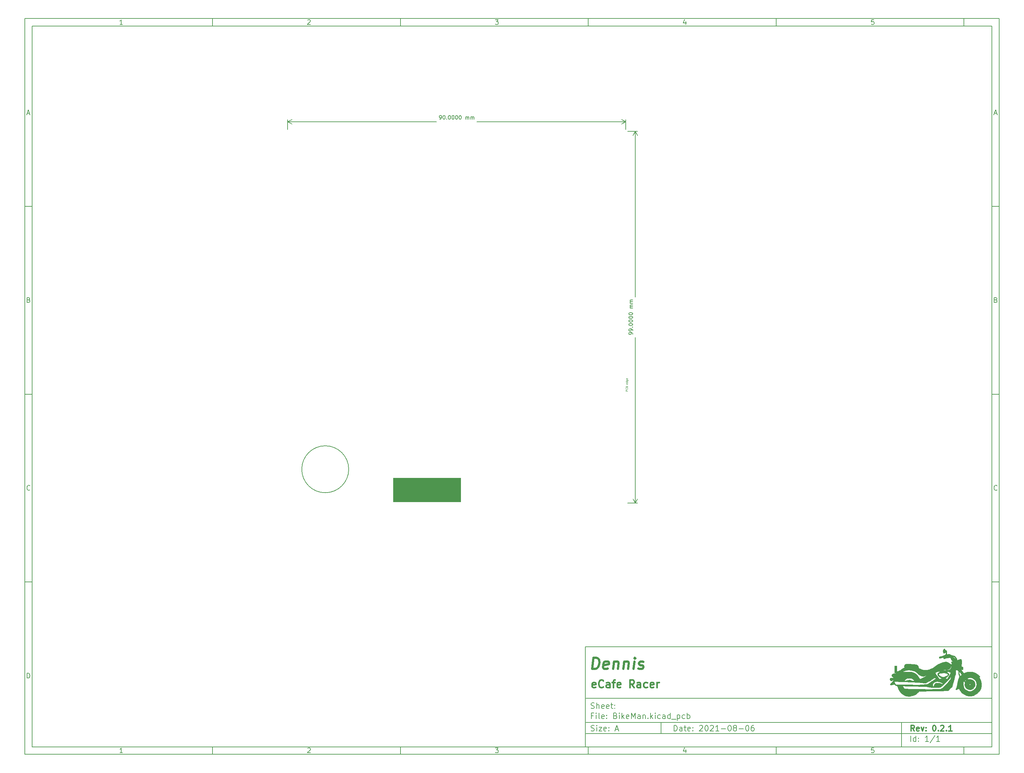
<source format=gbr>
%TF.GenerationSoftware,KiCad,Pcbnew,(5.99.0-11626-g43523df843)*%
%TF.CreationDate,2021-08-07T14:02:10-04:00*%
%TF.ProjectId,BikeMan,42696b65-4d61-46e2-9e6b-696361645f70,0.2.1*%
%TF.SameCoordinates,Original*%
%TF.FileFunction,OtherDrawing,Comment*%
%FSLAX46Y46*%
G04 Gerber Fmt 4.6, Leading zero omitted, Abs format (unit mm)*
G04 Created by KiCad (PCBNEW (5.99.0-11626-g43523df843)) date 2021-08-07 14:02:10*
%MOMM*%
%LPD*%
G01*
G04 APERTURE LIST*
%ADD10C,0.100000*%
%ADD11C,0.150000*%
%ADD12C,0.300000*%
%ADD13C,0.600000*%
%ADD14C,0.400000*%
%ADD15C,0.080000*%
%ADD16C,0.010000*%
G04 APERTURE END LIST*
D10*
D11*
X159225488Y-177289968D02*
X159225488Y-203900024D01*
X267400024Y-203900024D01*
X267400024Y-177289968D01*
X159225488Y-177289968D01*
D10*
D11*
X10000000Y-10000000D02*
X10000000Y-205900000D01*
X269400000Y-205900000D01*
X269400000Y-10000000D01*
X10000000Y-10000000D01*
D10*
D11*
X12000000Y-12000000D02*
X12000000Y-203900000D01*
X267400000Y-203900000D01*
X267400000Y-12000000D01*
X12000000Y-12000000D01*
D10*
D11*
X60000000Y-12000000D02*
X60000000Y-10000000D01*
D10*
D11*
X110000000Y-12000000D02*
X110000000Y-10000000D01*
D10*
D11*
X160000000Y-12000000D02*
X160000000Y-10000000D01*
D10*
D11*
X210000000Y-12000000D02*
X210000000Y-10000000D01*
D10*
D11*
X260000000Y-12000000D02*
X260000000Y-10000000D01*
D10*
D11*
X36065476Y-11588095D02*
X35322619Y-11588095D01*
X35694047Y-11588095D02*
X35694047Y-10288095D01*
X35570238Y-10473809D01*
X35446428Y-10597619D01*
X35322619Y-10659523D01*
D10*
D11*
X85322619Y-10411904D02*
X85384523Y-10350000D01*
X85508333Y-10288095D01*
X85817857Y-10288095D01*
X85941666Y-10350000D01*
X86003571Y-10411904D01*
X86065476Y-10535714D01*
X86065476Y-10659523D01*
X86003571Y-10845238D01*
X85260714Y-11588095D01*
X86065476Y-11588095D01*
D10*
D11*
X135260714Y-10288095D02*
X136065476Y-10288095D01*
X135632142Y-10783333D01*
X135817857Y-10783333D01*
X135941666Y-10845238D01*
X136003571Y-10907142D01*
X136065476Y-11030952D01*
X136065476Y-11340476D01*
X136003571Y-11464285D01*
X135941666Y-11526190D01*
X135817857Y-11588095D01*
X135446428Y-11588095D01*
X135322619Y-11526190D01*
X135260714Y-11464285D01*
D10*
D11*
X185941666Y-10721428D02*
X185941666Y-11588095D01*
X185632142Y-10226190D02*
X185322619Y-11154761D01*
X186127380Y-11154761D01*
D10*
D11*
X236003571Y-10288095D02*
X235384523Y-10288095D01*
X235322619Y-10907142D01*
X235384523Y-10845238D01*
X235508333Y-10783333D01*
X235817857Y-10783333D01*
X235941666Y-10845238D01*
X236003571Y-10907142D01*
X236065476Y-11030952D01*
X236065476Y-11340476D01*
X236003571Y-11464285D01*
X235941666Y-11526190D01*
X235817857Y-11588095D01*
X235508333Y-11588095D01*
X235384523Y-11526190D01*
X235322619Y-11464285D01*
D10*
D11*
X60000000Y-203900000D02*
X60000000Y-205900000D01*
D10*
D11*
X110000000Y-203900000D02*
X110000000Y-205900000D01*
D10*
D11*
X160000000Y-203900000D02*
X160000000Y-205900000D01*
D10*
D11*
X210000000Y-203900000D02*
X210000000Y-205900000D01*
D10*
D11*
X260000000Y-203900000D02*
X260000000Y-205900000D01*
D10*
D11*
X36065476Y-205488095D02*
X35322619Y-205488095D01*
X35694047Y-205488095D02*
X35694047Y-204188095D01*
X35570238Y-204373809D01*
X35446428Y-204497619D01*
X35322619Y-204559523D01*
D10*
D11*
X85322619Y-204311904D02*
X85384523Y-204250000D01*
X85508333Y-204188095D01*
X85817857Y-204188095D01*
X85941666Y-204250000D01*
X86003571Y-204311904D01*
X86065476Y-204435714D01*
X86065476Y-204559523D01*
X86003571Y-204745238D01*
X85260714Y-205488095D01*
X86065476Y-205488095D01*
D10*
D11*
X135260714Y-204188095D02*
X136065476Y-204188095D01*
X135632142Y-204683333D01*
X135817857Y-204683333D01*
X135941666Y-204745238D01*
X136003571Y-204807142D01*
X136065476Y-204930952D01*
X136065476Y-205240476D01*
X136003571Y-205364285D01*
X135941666Y-205426190D01*
X135817857Y-205488095D01*
X135446428Y-205488095D01*
X135322619Y-205426190D01*
X135260714Y-205364285D01*
D10*
D11*
X185941666Y-204621428D02*
X185941666Y-205488095D01*
X185632142Y-204126190D02*
X185322619Y-205054761D01*
X186127380Y-205054761D01*
D10*
D11*
X236003571Y-204188095D02*
X235384523Y-204188095D01*
X235322619Y-204807142D01*
X235384523Y-204745238D01*
X235508333Y-204683333D01*
X235817857Y-204683333D01*
X235941666Y-204745238D01*
X236003571Y-204807142D01*
X236065476Y-204930952D01*
X236065476Y-205240476D01*
X236003571Y-205364285D01*
X235941666Y-205426190D01*
X235817857Y-205488095D01*
X235508333Y-205488095D01*
X235384523Y-205426190D01*
X235322619Y-205364285D01*
D10*
D11*
X10000000Y-60000000D02*
X12000000Y-60000000D01*
D10*
D11*
X10000000Y-110000000D02*
X12000000Y-110000000D01*
D10*
D11*
X10000000Y-160000000D02*
X12000000Y-160000000D01*
D10*
D11*
X10690476Y-35216666D02*
X11309523Y-35216666D01*
X10566666Y-35588095D02*
X11000000Y-34288095D01*
X11433333Y-35588095D01*
D10*
D11*
X11092857Y-84907142D02*
X11278571Y-84969047D01*
X11340476Y-85030952D01*
X11402380Y-85154761D01*
X11402380Y-85340476D01*
X11340476Y-85464285D01*
X11278571Y-85526190D01*
X11154761Y-85588095D01*
X10659523Y-85588095D01*
X10659523Y-84288095D01*
X11092857Y-84288095D01*
X11216666Y-84350000D01*
X11278571Y-84411904D01*
X11340476Y-84535714D01*
X11340476Y-84659523D01*
X11278571Y-84783333D01*
X11216666Y-84845238D01*
X11092857Y-84907142D01*
X10659523Y-84907142D01*
D10*
D11*
X11402380Y-135464285D02*
X11340476Y-135526190D01*
X11154761Y-135588095D01*
X11030952Y-135588095D01*
X10845238Y-135526190D01*
X10721428Y-135402380D01*
X10659523Y-135278571D01*
X10597619Y-135030952D01*
X10597619Y-134845238D01*
X10659523Y-134597619D01*
X10721428Y-134473809D01*
X10845238Y-134350000D01*
X11030952Y-134288095D01*
X11154761Y-134288095D01*
X11340476Y-134350000D01*
X11402380Y-134411904D01*
D10*
D11*
X10659523Y-185588095D02*
X10659523Y-184288095D01*
X10969047Y-184288095D01*
X11154761Y-184350000D01*
X11278571Y-184473809D01*
X11340476Y-184597619D01*
X11402380Y-184845238D01*
X11402380Y-185030952D01*
X11340476Y-185278571D01*
X11278571Y-185402380D01*
X11154761Y-185526190D01*
X10969047Y-185588095D01*
X10659523Y-185588095D01*
D10*
D11*
X269400000Y-60000000D02*
X267400000Y-60000000D01*
D10*
D11*
X269400000Y-110000000D02*
X267400000Y-110000000D01*
D10*
D11*
X269400000Y-160000000D02*
X267400000Y-160000000D01*
D10*
D11*
X268090476Y-35216666D02*
X268709523Y-35216666D01*
X267966666Y-35588095D02*
X268400000Y-34288095D01*
X268833333Y-35588095D01*
D10*
D11*
X268492857Y-84907142D02*
X268678571Y-84969047D01*
X268740476Y-85030952D01*
X268802380Y-85154761D01*
X268802380Y-85340476D01*
X268740476Y-85464285D01*
X268678571Y-85526190D01*
X268554761Y-85588095D01*
X268059523Y-85588095D01*
X268059523Y-84288095D01*
X268492857Y-84288095D01*
X268616666Y-84350000D01*
X268678571Y-84411904D01*
X268740476Y-84535714D01*
X268740476Y-84659523D01*
X268678571Y-84783333D01*
X268616666Y-84845238D01*
X268492857Y-84907142D01*
X268059523Y-84907142D01*
D10*
D11*
X268802380Y-135464285D02*
X268740476Y-135526190D01*
X268554761Y-135588095D01*
X268430952Y-135588095D01*
X268245238Y-135526190D01*
X268121428Y-135402380D01*
X268059523Y-135278571D01*
X267997619Y-135030952D01*
X267997619Y-134845238D01*
X268059523Y-134597619D01*
X268121428Y-134473809D01*
X268245238Y-134350000D01*
X268430952Y-134288095D01*
X268554761Y-134288095D01*
X268740476Y-134350000D01*
X268802380Y-134411904D01*
D10*
D11*
X268059523Y-185588095D02*
X268059523Y-184288095D01*
X268369047Y-184288095D01*
X268554761Y-184350000D01*
X268678571Y-184473809D01*
X268740476Y-184597619D01*
X268802380Y-184845238D01*
X268802380Y-185030952D01*
X268740476Y-185278571D01*
X268678571Y-185402380D01*
X268554761Y-185526190D01*
X268369047Y-185588095D01*
X268059523Y-185588095D01*
D10*
D11*
X182832142Y-199678571D02*
X182832142Y-198178571D01*
X183189285Y-198178571D01*
X183403571Y-198250000D01*
X183546428Y-198392857D01*
X183617857Y-198535714D01*
X183689285Y-198821428D01*
X183689285Y-199035714D01*
X183617857Y-199321428D01*
X183546428Y-199464285D01*
X183403571Y-199607142D01*
X183189285Y-199678571D01*
X182832142Y-199678571D01*
X184975000Y-199678571D02*
X184975000Y-198892857D01*
X184903571Y-198750000D01*
X184760714Y-198678571D01*
X184475000Y-198678571D01*
X184332142Y-198750000D01*
X184975000Y-199607142D02*
X184832142Y-199678571D01*
X184475000Y-199678571D01*
X184332142Y-199607142D01*
X184260714Y-199464285D01*
X184260714Y-199321428D01*
X184332142Y-199178571D01*
X184475000Y-199107142D01*
X184832142Y-199107142D01*
X184975000Y-199035714D01*
X185475000Y-198678571D02*
X186046428Y-198678571D01*
X185689285Y-198178571D02*
X185689285Y-199464285D01*
X185760714Y-199607142D01*
X185903571Y-199678571D01*
X186046428Y-199678571D01*
X187117857Y-199607142D02*
X186975000Y-199678571D01*
X186689285Y-199678571D01*
X186546428Y-199607142D01*
X186475000Y-199464285D01*
X186475000Y-198892857D01*
X186546428Y-198750000D01*
X186689285Y-198678571D01*
X186975000Y-198678571D01*
X187117857Y-198750000D01*
X187189285Y-198892857D01*
X187189285Y-199035714D01*
X186475000Y-199178571D01*
X187832142Y-199535714D02*
X187903571Y-199607142D01*
X187832142Y-199678571D01*
X187760714Y-199607142D01*
X187832142Y-199535714D01*
X187832142Y-199678571D01*
X187832142Y-198750000D02*
X187903571Y-198821428D01*
X187832142Y-198892857D01*
X187760714Y-198821428D01*
X187832142Y-198750000D01*
X187832142Y-198892857D01*
X189617857Y-198321428D02*
X189689285Y-198250000D01*
X189832142Y-198178571D01*
X190189285Y-198178571D01*
X190332142Y-198250000D01*
X190403571Y-198321428D01*
X190475000Y-198464285D01*
X190475000Y-198607142D01*
X190403571Y-198821428D01*
X189546428Y-199678571D01*
X190475000Y-199678571D01*
X191403571Y-198178571D02*
X191546428Y-198178571D01*
X191689285Y-198250000D01*
X191760714Y-198321428D01*
X191832142Y-198464285D01*
X191903571Y-198750000D01*
X191903571Y-199107142D01*
X191832142Y-199392857D01*
X191760714Y-199535714D01*
X191689285Y-199607142D01*
X191546428Y-199678571D01*
X191403571Y-199678571D01*
X191260714Y-199607142D01*
X191189285Y-199535714D01*
X191117857Y-199392857D01*
X191046428Y-199107142D01*
X191046428Y-198750000D01*
X191117857Y-198464285D01*
X191189285Y-198321428D01*
X191260714Y-198250000D01*
X191403571Y-198178571D01*
X192475000Y-198321428D02*
X192546428Y-198250000D01*
X192689285Y-198178571D01*
X193046428Y-198178571D01*
X193189285Y-198250000D01*
X193260714Y-198321428D01*
X193332142Y-198464285D01*
X193332142Y-198607142D01*
X193260714Y-198821428D01*
X192403571Y-199678571D01*
X193332142Y-199678571D01*
X194760714Y-199678571D02*
X193903571Y-199678571D01*
X194332142Y-199678571D02*
X194332142Y-198178571D01*
X194189285Y-198392857D01*
X194046428Y-198535714D01*
X193903571Y-198607142D01*
X195403571Y-199107142D02*
X196546428Y-199107142D01*
X197546428Y-198178571D02*
X197689285Y-198178571D01*
X197832142Y-198250000D01*
X197903571Y-198321428D01*
X197975000Y-198464285D01*
X198046428Y-198750000D01*
X198046428Y-199107142D01*
X197975000Y-199392857D01*
X197903571Y-199535714D01*
X197832142Y-199607142D01*
X197689285Y-199678571D01*
X197546428Y-199678571D01*
X197403571Y-199607142D01*
X197332142Y-199535714D01*
X197260714Y-199392857D01*
X197189285Y-199107142D01*
X197189285Y-198750000D01*
X197260714Y-198464285D01*
X197332142Y-198321428D01*
X197403571Y-198250000D01*
X197546428Y-198178571D01*
X198903571Y-198821428D02*
X198760714Y-198750000D01*
X198689285Y-198678571D01*
X198617857Y-198535714D01*
X198617857Y-198464285D01*
X198689285Y-198321428D01*
X198760714Y-198250000D01*
X198903571Y-198178571D01*
X199189285Y-198178571D01*
X199332142Y-198250000D01*
X199403571Y-198321428D01*
X199475000Y-198464285D01*
X199475000Y-198535714D01*
X199403571Y-198678571D01*
X199332142Y-198750000D01*
X199189285Y-198821428D01*
X198903571Y-198821428D01*
X198760714Y-198892857D01*
X198689285Y-198964285D01*
X198617857Y-199107142D01*
X198617857Y-199392857D01*
X198689285Y-199535714D01*
X198760714Y-199607142D01*
X198903571Y-199678571D01*
X199189285Y-199678571D01*
X199332142Y-199607142D01*
X199403571Y-199535714D01*
X199475000Y-199392857D01*
X199475000Y-199107142D01*
X199403571Y-198964285D01*
X199332142Y-198892857D01*
X199189285Y-198821428D01*
X200117857Y-199107142D02*
X201260714Y-199107142D01*
X202260714Y-198178571D02*
X202403571Y-198178571D01*
X202546428Y-198250000D01*
X202617857Y-198321428D01*
X202689285Y-198464285D01*
X202760714Y-198750000D01*
X202760714Y-199107142D01*
X202689285Y-199392857D01*
X202617857Y-199535714D01*
X202546428Y-199607142D01*
X202403571Y-199678571D01*
X202260714Y-199678571D01*
X202117857Y-199607142D01*
X202046428Y-199535714D01*
X201975000Y-199392857D01*
X201903571Y-199107142D01*
X201903571Y-198750000D01*
X201975000Y-198464285D01*
X202046428Y-198321428D01*
X202117857Y-198250000D01*
X202260714Y-198178571D01*
X204046428Y-198178571D02*
X203760714Y-198178571D01*
X203617857Y-198250000D01*
X203546428Y-198321428D01*
X203403571Y-198535714D01*
X203332142Y-198821428D01*
X203332142Y-199392857D01*
X203403571Y-199535714D01*
X203475000Y-199607142D01*
X203617857Y-199678571D01*
X203903571Y-199678571D01*
X204046428Y-199607142D01*
X204117857Y-199535714D01*
X204189285Y-199392857D01*
X204189285Y-199035714D01*
X204117857Y-198892857D01*
X204046428Y-198821428D01*
X203903571Y-198750000D01*
X203617857Y-198750000D01*
X203475000Y-198821428D01*
X203403571Y-198892857D01*
X203332142Y-199035714D01*
D10*
D11*
X159400000Y-200400000D02*
X267400000Y-200400000D01*
D10*
D11*
X159400000Y-197400000D02*
X267400000Y-197400000D01*
D10*
D12*
X246809285Y-199678571D02*
X246309285Y-198964285D01*
X245952142Y-199678571D02*
X245952142Y-198178571D01*
X246523571Y-198178571D01*
X246666428Y-198250000D01*
X246737857Y-198321428D01*
X246809285Y-198464285D01*
X246809285Y-198678571D01*
X246737857Y-198821428D01*
X246666428Y-198892857D01*
X246523571Y-198964285D01*
X245952142Y-198964285D01*
X248023571Y-199607142D02*
X247880714Y-199678571D01*
X247595000Y-199678571D01*
X247452142Y-199607142D01*
X247380714Y-199464285D01*
X247380714Y-198892857D01*
X247452142Y-198750000D01*
X247595000Y-198678571D01*
X247880714Y-198678571D01*
X248023571Y-198750000D01*
X248095000Y-198892857D01*
X248095000Y-199035714D01*
X247380714Y-199178571D01*
X248595000Y-198678571D02*
X248952142Y-199678571D01*
X249309285Y-198678571D01*
X249880714Y-199535714D02*
X249952142Y-199607142D01*
X249880714Y-199678571D01*
X249809285Y-199607142D01*
X249880714Y-199535714D01*
X249880714Y-199678571D01*
X249880714Y-198750000D02*
X249952142Y-198821428D01*
X249880714Y-198892857D01*
X249809285Y-198821428D01*
X249880714Y-198750000D01*
X249880714Y-198892857D01*
X252023571Y-198178571D02*
X252166428Y-198178571D01*
X252309285Y-198250000D01*
X252380714Y-198321428D01*
X252452142Y-198464285D01*
X252523571Y-198750000D01*
X252523571Y-199107142D01*
X252452142Y-199392857D01*
X252380714Y-199535714D01*
X252309285Y-199607142D01*
X252166428Y-199678571D01*
X252023571Y-199678571D01*
X251880714Y-199607142D01*
X251809285Y-199535714D01*
X251737857Y-199392857D01*
X251666428Y-199107142D01*
X251666428Y-198750000D01*
X251737857Y-198464285D01*
X251809285Y-198321428D01*
X251880714Y-198250000D01*
X252023571Y-198178571D01*
X253166428Y-199535714D02*
X253237857Y-199607142D01*
X253166428Y-199678571D01*
X253095000Y-199607142D01*
X253166428Y-199535714D01*
X253166428Y-199678571D01*
X253809285Y-198321428D02*
X253880714Y-198250000D01*
X254023571Y-198178571D01*
X254380714Y-198178571D01*
X254523571Y-198250000D01*
X254595000Y-198321428D01*
X254666428Y-198464285D01*
X254666428Y-198607142D01*
X254595000Y-198821428D01*
X253737857Y-199678571D01*
X254666428Y-199678571D01*
X255309285Y-199535714D02*
X255380714Y-199607142D01*
X255309285Y-199678571D01*
X255237857Y-199607142D01*
X255309285Y-199535714D01*
X255309285Y-199678571D01*
X256809285Y-199678571D02*
X255952142Y-199678571D01*
X256380714Y-199678571D02*
X256380714Y-198178571D01*
X256237857Y-198392857D01*
X256095000Y-198535714D01*
X255952142Y-198607142D01*
D10*
D11*
X160760714Y-199607142D02*
X160975000Y-199678571D01*
X161332142Y-199678571D01*
X161475000Y-199607142D01*
X161546428Y-199535714D01*
X161617857Y-199392857D01*
X161617857Y-199250000D01*
X161546428Y-199107142D01*
X161475000Y-199035714D01*
X161332142Y-198964285D01*
X161046428Y-198892857D01*
X160903571Y-198821428D01*
X160832142Y-198750000D01*
X160760714Y-198607142D01*
X160760714Y-198464285D01*
X160832142Y-198321428D01*
X160903571Y-198250000D01*
X161046428Y-198178571D01*
X161403571Y-198178571D01*
X161617857Y-198250000D01*
X162260714Y-199678571D02*
X162260714Y-198678571D01*
X162260714Y-198178571D02*
X162189285Y-198250000D01*
X162260714Y-198321428D01*
X162332142Y-198250000D01*
X162260714Y-198178571D01*
X162260714Y-198321428D01*
X162832142Y-198678571D02*
X163617857Y-198678571D01*
X162832142Y-199678571D01*
X163617857Y-199678571D01*
X164760714Y-199607142D02*
X164617857Y-199678571D01*
X164332142Y-199678571D01*
X164189285Y-199607142D01*
X164117857Y-199464285D01*
X164117857Y-198892857D01*
X164189285Y-198750000D01*
X164332142Y-198678571D01*
X164617857Y-198678571D01*
X164760714Y-198750000D01*
X164832142Y-198892857D01*
X164832142Y-199035714D01*
X164117857Y-199178571D01*
X165475000Y-199535714D02*
X165546428Y-199607142D01*
X165475000Y-199678571D01*
X165403571Y-199607142D01*
X165475000Y-199535714D01*
X165475000Y-199678571D01*
X165475000Y-198750000D02*
X165546428Y-198821428D01*
X165475000Y-198892857D01*
X165403571Y-198821428D01*
X165475000Y-198750000D01*
X165475000Y-198892857D01*
X167260714Y-199250000D02*
X167975000Y-199250000D01*
X167117857Y-199678571D02*
X167617857Y-198178571D01*
X168117857Y-199678571D01*
D10*
D11*
X245832142Y-202478571D02*
X245832142Y-200978571D01*
X247189285Y-202478571D02*
X247189285Y-200978571D01*
X247189285Y-202407142D02*
X247046428Y-202478571D01*
X246760714Y-202478571D01*
X246617857Y-202407142D01*
X246546428Y-202335714D01*
X246475000Y-202192857D01*
X246475000Y-201764285D01*
X246546428Y-201621428D01*
X246617857Y-201550000D01*
X246760714Y-201478571D01*
X247046428Y-201478571D01*
X247189285Y-201550000D01*
X247903571Y-202335714D02*
X247975000Y-202407142D01*
X247903571Y-202478571D01*
X247832142Y-202407142D01*
X247903571Y-202335714D01*
X247903571Y-202478571D01*
X247903571Y-201550000D02*
X247975000Y-201621428D01*
X247903571Y-201692857D01*
X247832142Y-201621428D01*
X247903571Y-201550000D01*
X247903571Y-201692857D01*
X250546428Y-202478571D02*
X249689285Y-202478571D01*
X250117857Y-202478571D02*
X250117857Y-200978571D01*
X249975000Y-201192857D01*
X249832142Y-201335714D01*
X249689285Y-201407142D01*
X252260714Y-200907142D02*
X250975000Y-202835714D01*
X253546428Y-202478571D02*
X252689285Y-202478571D01*
X253117857Y-202478571D02*
X253117857Y-200978571D01*
X252975000Y-201192857D01*
X252832142Y-201335714D01*
X252689285Y-201407142D01*
D10*
D13*
X161005998Y-183137830D02*
X161380998Y-180137830D01*
X162095284Y-180137830D01*
X162505998Y-180280688D01*
X162755998Y-180566402D01*
X162863141Y-180852116D01*
X162934570Y-181423545D01*
X162880998Y-181852116D01*
X162666713Y-182423545D01*
X162488141Y-182709259D01*
X162166713Y-182994973D01*
X161720284Y-183137830D01*
X161005998Y-183137830D01*
X165166713Y-182994973D02*
X164863141Y-183137830D01*
X164291713Y-183137830D01*
X164023856Y-182994973D01*
X163916713Y-182709259D01*
X164059570Y-181566402D01*
X164238141Y-181280688D01*
X164541713Y-181137830D01*
X165113141Y-181137830D01*
X165380998Y-181280688D01*
X165488141Y-181566402D01*
X165452427Y-181852116D01*
X163988141Y-182137830D01*
X166827427Y-181137830D02*
X166577427Y-183137830D01*
X166791713Y-181423545D02*
X166952427Y-181280688D01*
X167255998Y-181137830D01*
X167684570Y-181137830D01*
X167952427Y-181280688D01*
X168059570Y-181566402D01*
X167863141Y-183137830D01*
X169541713Y-181137830D02*
X169291713Y-183137830D01*
X169505998Y-181423545D02*
X169666713Y-181280688D01*
X169970284Y-181137830D01*
X170398856Y-181137830D01*
X170666713Y-181280688D01*
X170773856Y-181566402D01*
X170577427Y-183137830D01*
X172005998Y-183137830D02*
X172255998Y-181137830D01*
X172380998Y-180137830D02*
X172220284Y-180280688D01*
X172345284Y-180423545D01*
X172505998Y-180280688D01*
X172380998Y-180137830D01*
X172345284Y-180423545D01*
X173309570Y-182994973D02*
X173577427Y-183137830D01*
X174148856Y-183137830D01*
X174452427Y-182994973D01*
X174630998Y-182709259D01*
X174648856Y-182566402D01*
X174541713Y-182280688D01*
X174273856Y-182137830D01*
X173845284Y-182137830D01*
X173577427Y-181994973D01*
X173470284Y-181709259D01*
X173488141Y-181566402D01*
X173666713Y-181280688D01*
X173970284Y-181137830D01*
X174398856Y-181137830D01*
X174666713Y-181280688D01*
D10*
D11*
X161332126Y-195622209D02*
X160832126Y-195622209D01*
X160832126Y-196407923D02*
X160832126Y-194907923D01*
X161546412Y-194907923D01*
X162117841Y-196407923D02*
X162117841Y-195407923D01*
X162117841Y-194907923D02*
X162046412Y-194979352D01*
X162117841Y-195050780D01*
X162189269Y-194979352D01*
X162117841Y-194907923D01*
X162117841Y-195050780D01*
X163046412Y-196407923D02*
X162903555Y-196336494D01*
X162832126Y-196193637D01*
X162832126Y-194907923D01*
X164189269Y-196336494D02*
X164046412Y-196407923D01*
X163760698Y-196407923D01*
X163617841Y-196336494D01*
X163546412Y-196193637D01*
X163546412Y-195622209D01*
X163617841Y-195479352D01*
X163760698Y-195407923D01*
X164046412Y-195407923D01*
X164189269Y-195479352D01*
X164260698Y-195622209D01*
X164260698Y-195765066D01*
X163546412Y-195907923D01*
X164903555Y-196265066D02*
X164974984Y-196336494D01*
X164903555Y-196407923D01*
X164832126Y-196336494D01*
X164903555Y-196265066D01*
X164903555Y-196407923D01*
X164903555Y-195479352D02*
X164974984Y-195550780D01*
X164903555Y-195622209D01*
X164832126Y-195550780D01*
X164903555Y-195479352D01*
X164903555Y-195622209D01*
X167260698Y-195622209D02*
X167474984Y-195693637D01*
X167546412Y-195765066D01*
X167617841Y-195907923D01*
X167617841Y-196122209D01*
X167546412Y-196265066D01*
X167474984Y-196336494D01*
X167332126Y-196407923D01*
X166760698Y-196407923D01*
X166760698Y-194907923D01*
X167260698Y-194907923D01*
X167403555Y-194979352D01*
X167474984Y-195050780D01*
X167546412Y-195193637D01*
X167546412Y-195336494D01*
X167474984Y-195479352D01*
X167403555Y-195550780D01*
X167260698Y-195622209D01*
X166760698Y-195622209D01*
X168260698Y-196407923D02*
X168260698Y-195407923D01*
X168260698Y-194907923D02*
X168189269Y-194979352D01*
X168260698Y-195050780D01*
X168332126Y-194979352D01*
X168260698Y-194907923D01*
X168260698Y-195050780D01*
X168974984Y-196407923D02*
X168974984Y-194907923D01*
X169117841Y-195836494D02*
X169546412Y-196407923D01*
X169546412Y-195407923D02*
X168974984Y-195979352D01*
X170760698Y-196336494D02*
X170617841Y-196407923D01*
X170332126Y-196407923D01*
X170189269Y-196336494D01*
X170117841Y-196193637D01*
X170117841Y-195622209D01*
X170189269Y-195479352D01*
X170332126Y-195407923D01*
X170617841Y-195407923D01*
X170760698Y-195479352D01*
X170832126Y-195622209D01*
X170832126Y-195765066D01*
X170117841Y-195907923D01*
X171474984Y-196407923D02*
X171474984Y-194907923D01*
X171974984Y-195979352D01*
X172474984Y-194907923D01*
X172474984Y-196407923D01*
X173832126Y-196407923D02*
X173832126Y-195622209D01*
X173760698Y-195479352D01*
X173617841Y-195407923D01*
X173332126Y-195407923D01*
X173189269Y-195479352D01*
X173832126Y-196336494D02*
X173689269Y-196407923D01*
X173332126Y-196407923D01*
X173189269Y-196336494D01*
X173117841Y-196193637D01*
X173117841Y-196050780D01*
X173189269Y-195907923D01*
X173332126Y-195836494D01*
X173689269Y-195836494D01*
X173832126Y-195765066D01*
X174546412Y-195407923D02*
X174546412Y-196407923D01*
X174546412Y-195550780D02*
X174617841Y-195479352D01*
X174760698Y-195407923D01*
X174974984Y-195407923D01*
X175117841Y-195479352D01*
X175189269Y-195622209D01*
X175189269Y-196407923D01*
X175903555Y-196265066D02*
X175974984Y-196336494D01*
X175903555Y-196407923D01*
X175832126Y-196336494D01*
X175903555Y-196265066D01*
X175903555Y-196407923D01*
X176617841Y-196407923D02*
X176617841Y-194907923D01*
X176760698Y-195836494D02*
X177189269Y-196407923D01*
X177189269Y-195407923D02*
X176617841Y-195979352D01*
X177832126Y-196407923D02*
X177832126Y-195407923D01*
X177832126Y-194907923D02*
X177760698Y-194979352D01*
X177832126Y-195050780D01*
X177903555Y-194979352D01*
X177832126Y-194907923D01*
X177832126Y-195050780D01*
X179189269Y-196336494D02*
X179046412Y-196407923D01*
X178760698Y-196407923D01*
X178617841Y-196336494D01*
X178546412Y-196265066D01*
X178474984Y-196122209D01*
X178474984Y-195693637D01*
X178546412Y-195550780D01*
X178617841Y-195479352D01*
X178760698Y-195407923D01*
X179046412Y-195407923D01*
X179189269Y-195479352D01*
X180474984Y-196407923D02*
X180474984Y-195622209D01*
X180403555Y-195479352D01*
X180260698Y-195407923D01*
X179974984Y-195407923D01*
X179832126Y-195479352D01*
X180474984Y-196336494D02*
X180332126Y-196407923D01*
X179974984Y-196407923D01*
X179832126Y-196336494D01*
X179760698Y-196193637D01*
X179760698Y-196050780D01*
X179832126Y-195907923D01*
X179974984Y-195836494D01*
X180332126Y-195836494D01*
X180474984Y-195765066D01*
X181832126Y-196407923D02*
X181832126Y-194907923D01*
X181832126Y-196336494D02*
X181689269Y-196407923D01*
X181403555Y-196407923D01*
X181260698Y-196336494D01*
X181189269Y-196265066D01*
X181117841Y-196122209D01*
X181117841Y-195693637D01*
X181189269Y-195550780D01*
X181260698Y-195479352D01*
X181403555Y-195407923D01*
X181689269Y-195407923D01*
X181832126Y-195479352D01*
X182189269Y-196550780D02*
X183332126Y-196550780D01*
X183689269Y-195407923D02*
X183689269Y-196907923D01*
X183689269Y-195479352D02*
X183832126Y-195407923D01*
X184117841Y-195407923D01*
X184260698Y-195479352D01*
X184332126Y-195550780D01*
X184403555Y-195693637D01*
X184403555Y-196122209D01*
X184332126Y-196265066D01*
X184260698Y-196336494D01*
X184117841Y-196407923D01*
X183832126Y-196407923D01*
X183689269Y-196336494D01*
X185689269Y-196336494D02*
X185546412Y-196407923D01*
X185260698Y-196407923D01*
X185117841Y-196336494D01*
X185046412Y-196265066D01*
X184974984Y-196122209D01*
X184974984Y-195693637D01*
X185046412Y-195550780D01*
X185117841Y-195479352D01*
X185260698Y-195407923D01*
X185546412Y-195407923D01*
X185689269Y-195479352D01*
X186332126Y-196407923D02*
X186332126Y-194907923D01*
X186332126Y-195479352D02*
X186474984Y-195407923D01*
X186760698Y-195407923D01*
X186903555Y-195479352D01*
X186974984Y-195550780D01*
X187046412Y-195693637D01*
X187046412Y-196122209D01*
X186974984Y-196265066D01*
X186903555Y-196336494D01*
X186760698Y-196407923D01*
X186474984Y-196407923D01*
X186332126Y-196336494D01*
D10*
D11*
X159400240Y-191013080D02*
X267400240Y-191013080D01*
D10*
D11*
X160760698Y-193635966D02*
X160974984Y-193707395D01*
X161332126Y-193707395D01*
X161474984Y-193635966D01*
X161546412Y-193564538D01*
X161617841Y-193421681D01*
X161617841Y-193278824D01*
X161546412Y-193135966D01*
X161474984Y-193064538D01*
X161332126Y-192993109D01*
X161046412Y-192921681D01*
X160903555Y-192850252D01*
X160832126Y-192778824D01*
X160760698Y-192635966D01*
X160760698Y-192493109D01*
X160832126Y-192350252D01*
X160903555Y-192278824D01*
X161046412Y-192207395D01*
X161403555Y-192207395D01*
X161617841Y-192278824D01*
X162260698Y-193707395D02*
X162260698Y-192207395D01*
X162903555Y-193707395D02*
X162903555Y-192921681D01*
X162832126Y-192778824D01*
X162689269Y-192707395D01*
X162474984Y-192707395D01*
X162332126Y-192778824D01*
X162260698Y-192850252D01*
X164189269Y-193635966D02*
X164046412Y-193707395D01*
X163760698Y-193707395D01*
X163617841Y-193635966D01*
X163546412Y-193493109D01*
X163546412Y-192921681D01*
X163617841Y-192778824D01*
X163760698Y-192707395D01*
X164046412Y-192707395D01*
X164189269Y-192778824D01*
X164260698Y-192921681D01*
X164260698Y-193064538D01*
X163546412Y-193207395D01*
X165474984Y-193635966D02*
X165332126Y-193707395D01*
X165046412Y-193707395D01*
X164903555Y-193635966D01*
X164832126Y-193493109D01*
X164832126Y-192921681D01*
X164903555Y-192778824D01*
X165046412Y-192707395D01*
X165332126Y-192707395D01*
X165474984Y-192778824D01*
X165546412Y-192921681D01*
X165546412Y-193064538D01*
X164832126Y-193207395D01*
X165974984Y-192707395D02*
X166546412Y-192707395D01*
X166189269Y-192207395D02*
X166189269Y-193493109D01*
X166260698Y-193635966D01*
X166403555Y-193707395D01*
X166546412Y-193707395D01*
X167046412Y-193564538D02*
X167117841Y-193635966D01*
X167046412Y-193707395D01*
X166974984Y-193635966D01*
X167046412Y-193564538D01*
X167046412Y-193707395D01*
X167046412Y-192778824D02*
X167117841Y-192850252D01*
X167046412Y-192921681D01*
X166974984Y-192850252D01*
X167046412Y-192778824D01*
X167046412Y-192921681D01*
D10*
D14*
X161898079Y-187999395D02*
X161707603Y-188094633D01*
X161326650Y-188094633D01*
X161136174Y-187999395D01*
X161040936Y-187808919D01*
X161040936Y-187047014D01*
X161136174Y-186856538D01*
X161326650Y-186761300D01*
X161707603Y-186761300D01*
X161898079Y-186856538D01*
X161993317Y-187047014D01*
X161993317Y-187237491D01*
X161040936Y-187427967D01*
X163993317Y-187904157D02*
X163898079Y-187999395D01*
X163612364Y-188094633D01*
X163421888Y-188094633D01*
X163136174Y-187999395D01*
X162945698Y-187808919D01*
X162850460Y-187618443D01*
X162755222Y-187237491D01*
X162755222Y-186951776D01*
X162850460Y-186570824D01*
X162945698Y-186380348D01*
X163136174Y-186189872D01*
X163421888Y-186094633D01*
X163612364Y-186094633D01*
X163898079Y-186189872D01*
X163993317Y-186285110D01*
X165707603Y-188094633D02*
X165707603Y-187047014D01*
X165612364Y-186856538D01*
X165421888Y-186761300D01*
X165040936Y-186761300D01*
X164850460Y-186856538D01*
X165707603Y-187999395D02*
X165517126Y-188094633D01*
X165040936Y-188094633D01*
X164850460Y-187999395D01*
X164755222Y-187808919D01*
X164755222Y-187618443D01*
X164850460Y-187427967D01*
X165040936Y-187332729D01*
X165517126Y-187332729D01*
X165707603Y-187237491D01*
X166374269Y-186761300D02*
X167136174Y-186761300D01*
X166659984Y-188094633D02*
X166659984Y-186380348D01*
X166755222Y-186189872D01*
X166945698Y-186094633D01*
X167136174Y-186094633D01*
X168564745Y-187999395D02*
X168374269Y-188094633D01*
X167993317Y-188094633D01*
X167802841Y-187999395D01*
X167707603Y-187808919D01*
X167707603Y-187047014D01*
X167802841Y-186856538D01*
X167993317Y-186761300D01*
X168374269Y-186761300D01*
X168564745Y-186856538D01*
X168659984Y-187047014D01*
X168659984Y-187237491D01*
X167707603Y-187427967D01*
X172183793Y-188094633D02*
X171517126Y-187142252D01*
X171040936Y-188094633D02*
X171040936Y-186094633D01*
X171802841Y-186094633D01*
X171993317Y-186189872D01*
X172088555Y-186285110D01*
X172183793Y-186475586D01*
X172183793Y-186761300D01*
X172088555Y-186951776D01*
X171993317Y-187047014D01*
X171802841Y-187142252D01*
X171040936Y-187142252D01*
X173898079Y-188094633D02*
X173898079Y-187047014D01*
X173802841Y-186856538D01*
X173612364Y-186761300D01*
X173231412Y-186761300D01*
X173040936Y-186856538D01*
X173898079Y-187999395D02*
X173707603Y-188094633D01*
X173231412Y-188094633D01*
X173040936Y-187999395D01*
X172945698Y-187808919D01*
X172945698Y-187618443D01*
X173040936Y-187427967D01*
X173231412Y-187332729D01*
X173707603Y-187332729D01*
X173898079Y-187237491D01*
X175707603Y-187999395D02*
X175517126Y-188094633D01*
X175136174Y-188094633D01*
X174945698Y-187999395D01*
X174850460Y-187904157D01*
X174755222Y-187713681D01*
X174755222Y-187142252D01*
X174850460Y-186951776D01*
X174945698Y-186856538D01*
X175136174Y-186761300D01*
X175517126Y-186761300D01*
X175707603Y-186856538D01*
X177326650Y-187999395D02*
X177136174Y-188094633D01*
X176755222Y-188094633D01*
X176564745Y-187999395D01*
X176469507Y-187808919D01*
X176469507Y-187047014D01*
X176564745Y-186856538D01*
X176755222Y-186761300D01*
X177136174Y-186761300D01*
X177326650Y-186856538D01*
X177421888Y-187047014D01*
X177421888Y-187237491D01*
X176469507Y-187427967D01*
X178279031Y-188094633D02*
X178279031Y-186761300D01*
X178279031Y-187142252D02*
X178374269Y-186951776D01*
X178469507Y-186856538D01*
X178659984Y-186761300D01*
X178850460Y-186761300D01*
D10*
D11*
D10*
D11*
X179400000Y-197400000D02*
X179400000Y-200400000D01*
D10*
D11*
X243400000Y-197400000D02*
X243400000Y-203900000D01*
D10*
G36*
X254871287Y-177823007D02*
G01*
X254915287Y-177937007D01*
X255031287Y-178139007D01*
X255160287Y-178202007D01*
X255293287Y-178245007D01*
X255373287Y-178389007D01*
X255409287Y-178661007D01*
X255415287Y-178886007D01*
X255421287Y-179147007D01*
X255466287Y-179268007D01*
X255589287Y-179282007D01*
X255830287Y-179219007D01*
X255838287Y-179217007D01*
X256053287Y-179172007D01*
X256184287Y-179209007D01*
X256267287Y-179291007D01*
X256430287Y-179405007D01*
X256681288Y-179495007D01*
X256775288Y-179515007D01*
X257319287Y-179663007D01*
X257722288Y-179905007D01*
X257984288Y-180240007D01*
X258093287Y-180586007D01*
X258143287Y-180895007D01*
X258411287Y-180737007D01*
X258682287Y-180619007D01*
X258963287Y-180555007D01*
X258967288Y-180555007D01*
X259172287Y-180558007D01*
X259275288Y-180636007D01*
X259316288Y-180742007D01*
X259365287Y-181033007D01*
X259383288Y-181411007D01*
X259371288Y-181796007D01*
X259329287Y-182109007D01*
X259318288Y-182152007D01*
X259293287Y-182412007D01*
X259397287Y-182564007D01*
X259580288Y-182605007D01*
X259677287Y-182636007D01*
X259722288Y-182758007D01*
X259733287Y-182986007D01*
X259720287Y-183227007D01*
X259671287Y-183340007D01*
X259580288Y-183367007D01*
X259392287Y-183313007D01*
X259326287Y-183265007D01*
X259235287Y-183193007D01*
X259235287Y-183246007D01*
X259320287Y-183410007D01*
X259484288Y-183671007D01*
X259566288Y-183795007D01*
X259737287Y-184041007D01*
X259868287Y-184220007D01*
X259934287Y-184297007D01*
X259937287Y-184298007D01*
X260023287Y-184266007D01*
X260214287Y-184184007D01*
X260378288Y-184110007D01*
X260636287Y-184011007D01*
X260908287Y-183953007D01*
X261251288Y-183928007D01*
X261553287Y-183925007D01*
X262220287Y-183971007D01*
X262782288Y-184113007D01*
X263283287Y-184366007D01*
X263754287Y-184736007D01*
X264030287Y-185000007D01*
X264178287Y-185175007D01*
X264205288Y-185275007D01*
X264121288Y-185313007D01*
X264087288Y-185314007D01*
X264012287Y-185335007D01*
X264044288Y-185422007D01*
X264126288Y-185533007D01*
X264374287Y-185962007D01*
X264548287Y-186495007D01*
X264639287Y-187080007D01*
X264640288Y-187664007D01*
X264545287Y-188196007D01*
X264518287Y-188278007D01*
X264209287Y-188911007D01*
X263766287Y-189464007D01*
X263215288Y-189913007D01*
X262582287Y-190231007D01*
X262459287Y-190273007D01*
X261830288Y-190390007D01*
X261179288Y-190360007D01*
X260539288Y-190197007D01*
X259941288Y-189914007D01*
X259418287Y-189523007D01*
X259002287Y-189038007D01*
X258877287Y-188828007D01*
X258751288Y-188611007D01*
X258652288Y-188473007D01*
X258618287Y-188447007D01*
X258513288Y-188478007D01*
X258309287Y-188556007D01*
X258173287Y-188613007D01*
X257944287Y-188700007D01*
X257819287Y-188706007D01*
X257792287Y-188614007D01*
X257858287Y-188407007D01*
X257996288Y-188095007D01*
X258139287Y-187699007D01*
X258206287Y-187319007D01*
X258206287Y-187310007D01*
X259778287Y-187310007D01*
X259849288Y-187855007D01*
X260068288Y-188318007D01*
X260432287Y-188695007D01*
X260738287Y-188888007D01*
X261211287Y-189076007D01*
X261654287Y-189115007D01*
X262111287Y-189004007D01*
X262363287Y-188891007D01*
X262806288Y-188582007D01*
X263126288Y-188186007D01*
X263318288Y-187732007D01*
X263378288Y-187248007D01*
X263301288Y-186764007D01*
X263084287Y-186308007D01*
X262787288Y-185965007D01*
X262339287Y-185656007D01*
X261850287Y-185509007D01*
X261414288Y-185504007D01*
X261110287Y-185546007D01*
X260953288Y-185606007D01*
X260923287Y-185701007D01*
X260969287Y-185800007D01*
X261071287Y-185885007D01*
X261262287Y-185920007D01*
X261517287Y-185918007D01*
X261979288Y-185967007D01*
X262361287Y-186144007D01*
X262656287Y-186419007D01*
X262855287Y-186767007D01*
X262948288Y-187159007D01*
X262927287Y-187569007D01*
X262784287Y-187969007D01*
X262509287Y-188331007D01*
X262340288Y-188474007D01*
X262069287Y-188601007D01*
X261704287Y-188673007D01*
X261662288Y-188676007D01*
X261181288Y-188636007D01*
X260774287Y-188456007D01*
X260459287Y-188156007D01*
X260256287Y-187755007D01*
X260181288Y-187274007D01*
X260182287Y-187252007D01*
X261430287Y-187252007D01*
X261450288Y-187378007D01*
X261539288Y-187431007D01*
X261682287Y-187394007D01*
X261707287Y-187375007D01*
X261713287Y-187277007D01*
X261632287Y-187172007D01*
X261525288Y-187132007D01*
X261501288Y-187140007D01*
X261430287Y-187252007D01*
X260182287Y-187252007D01*
X260190287Y-187080007D01*
X260205288Y-186765007D01*
X260172287Y-186578007D01*
X260117287Y-186503007D01*
X259994287Y-186476007D01*
X259891287Y-186597007D01*
X259817287Y-186845007D01*
X259780287Y-187201007D01*
X259778287Y-187310007D01*
X258206287Y-187310007D01*
X258208287Y-187258007D01*
X258244287Y-186845007D01*
X258340288Y-186384007D01*
X258428287Y-186099007D01*
X260180287Y-186099007D01*
X260203288Y-186234007D01*
X260244287Y-186292007D01*
X260394287Y-186407007D01*
X260515288Y-186363007D01*
X260530287Y-186341007D01*
X260509287Y-186237007D01*
X260416287Y-186124007D01*
X260266287Y-186048007D01*
X260180287Y-186099007D01*
X258428287Y-186099007D01*
X258476287Y-185948007D01*
X258634287Y-185607007D01*
X258639287Y-185598007D01*
X258745287Y-185404007D01*
X258760287Y-185262007D01*
X258688288Y-185088007D01*
X258678287Y-185069007D01*
X258596287Y-184806007D01*
X258552287Y-184439007D01*
X258547287Y-184260007D01*
X258539288Y-184036007D01*
X258717288Y-184036007D01*
X258735287Y-184273007D01*
X258782288Y-184545007D01*
X258844287Y-184802007D01*
X258911287Y-184990007D01*
X258966287Y-185060007D01*
X259060287Y-185004007D01*
X259202287Y-184870007D01*
X259379287Y-184679007D01*
X259048287Y-184222007D01*
X258717288Y-183764007D01*
X258717288Y-184036007D01*
X258539288Y-184036007D01*
X258536287Y-183979007D01*
X258507287Y-183779007D01*
X258468287Y-183706007D01*
X258380287Y-183636007D01*
X258342288Y-183557007D01*
X258237287Y-183445007D01*
X258003288Y-183409007D01*
X257998288Y-183409007D01*
X257787288Y-183417007D01*
X257708287Y-183469007D01*
X257734288Y-183610007D01*
X257784287Y-183745007D01*
X257810287Y-183845007D01*
X257816288Y-183978007D01*
X257797287Y-184166007D01*
X257752287Y-184429007D01*
X257674288Y-184789007D01*
X257562287Y-185268007D01*
X257411287Y-185886007D01*
X257388288Y-185978007D01*
X257204287Y-186703007D01*
X257051288Y-187265007D01*
X256928287Y-187667007D01*
X256834287Y-187914007D01*
X256769287Y-188008007D01*
X256610287Y-188115007D01*
X256543287Y-188187007D01*
X256435287Y-188268007D01*
X256380287Y-188255007D01*
X256308287Y-188277007D01*
X256219287Y-188419007D01*
X256210288Y-188439007D01*
X256061288Y-188668007D01*
X255870287Y-188843007D01*
X255803287Y-188880007D01*
X255714287Y-188911007D01*
X255589287Y-188937007D01*
X255412287Y-188958007D01*
X255167287Y-188975007D01*
X254838287Y-188990007D01*
X254411287Y-189002007D01*
X253870287Y-189013007D01*
X253198287Y-189023007D01*
X252382287Y-189034007D01*
X251862287Y-189040007D01*
X248091287Y-189082007D01*
X247720287Y-189484007D01*
X247187287Y-189942007D01*
X246568287Y-190256007D01*
X245873287Y-190421007D01*
X245623287Y-190442007D01*
X245170287Y-190443007D01*
X244769287Y-190405007D01*
X244577287Y-190363007D01*
X243906287Y-190083007D01*
X243324287Y-189666007D01*
X242847287Y-189134007D01*
X242496287Y-188504007D01*
X242338287Y-188033007D01*
X242264287Y-187792007D01*
X242218287Y-187727007D01*
X243660287Y-187727007D01*
X243688287Y-187806007D01*
X243797287Y-187973007D01*
X243897287Y-188104007D01*
X244084288Y-188315007D01*
X244251288Y-188420007D01*
X244465288Y-188456007D01*
X244521287Y-188458007D01*
X245774287Y-188496007D01*
X246984287Y-188527007D01*
X248138287Y-188549007D01*
X249225287Y-188564007D01*
X250232287Y-188570007D01*
X251145287Y-188570007D01*
X251953288Y-188561007D01*
X252644287Y-188544007D01*
X253205287Y-188520007D01*
X253622287Y-188489007D01*
X253885287Y-188449007D01*
X253907287Y-188444007D01*
X254058287Y-188379007D01*
X254243287Y-188251007D01*
X254480287Y-188046007D01*
X254788287Y-187745007D01*
X255185288Y-187335007D01*
X255262287Y-187254007D01*
X255703288Y-186779007D01*
X256033287Y-186401007D01*
X256264287Y-186102007D01*
X256409287Y-185863007D01*
X256479288Y-185666007D01*
X256487287Y-185492007D01*
X256471287Y-185406007D01*
X256433287Y-185280007D01*
X256392287Y-185268007D01*
X256321287Y-185385007D01*
X256252287Y-185526007D01*
X256126288Y-185717007D01*
X255904287Y-185991007D01*
X255611287Y-186321007D01*
X255273287Y-186680007D01*
X254917287Y-187042007D01*
X254569287Y-187381007D01*
X254253287Y-187669007D01*
X253997287Y-187882007D01*
X253830287Y-187990007D01*
X253610287Y-188044007D01*
X253261287Y-188083007D01*
X252823287Y-188106007D01*
X252337287Y-188114007D01*
X251841287Y-188106007D01*
X251377287Y-188084007D01*
X250984287Y-188046007D01*
X250701287Y-187994007D01*
X250667287Y-187984007D01*
X250519287Y-187948007D01*
X250292287Y-187917007D01*
X249972287Y-187888007D01*
X249545287Y-187862007D01*
X248997287Y-187837007D01*
X248315287Y-187813007D01*
X247484287Y-187788007D01*
X246994287Y-187775007D01*
X246264287Y-187758007D01*
X245588287Y-187743007D01*
X244985287Y-187732007D01*
X244473287Y-187724007D01*
X244070287Y-187720007D01*
X243796287Y-187720007D01*
X243667287Y-187725007D01*
X243660287Y-187727007D01*
X242218287Y-187727007D01*
X242177287Y-187671007D01*
X242036287Y-187623007D01*
X241981287Y-187617007D01*
X241725287Y-187522007D01*
X241617287Y-187394007D01*
X241550287Y-187285007D01*
X241468287Y-187240007D01*
X241323287Y-187251007D01*
X241067287Y-187314007D01*
X241045287Y-187319007D01*
X240677287Y-187392007D01*
X240441288Y-187386007D01*
X240346287Y-187302007D01*
X240344287Y-187283007D01*
X240398287Y-187192007D01*
X240542287Y-187017007D01*
X240745287Y-186793007D01*
X240767287Y-186770007D01*
X240965288Y-186542007D01*
X241374287Y-186542007D01*
X241401287Y-186622007D01*
X241506287Y-186795007D01*
X241618287Y-186959007D01*
X241895287Y-187344007D01*
X244781287Y-187367007D01*
X245466287Y-187373007D01*
X246097287Y-187380007D01*
X246655287Y-187387007D01*
X247120287Y-187394007D01*
X247471288Y-187401007D01*
X247689287Y-187407007D01*
X247752287Y-187410007D01*
X247863287Y-187412007D01*
X248110287Y-187401007D01*
X248460287Y-187380007D01*
X248777287Y-187358007D01*
X251656287Y-187358007D01*
X251656287Y-187648007D01*
X251748287Y-187822007D01*
X251867287Y-187852007D01*
X251965288Y-187747007D01*
X251995287Y-187593007D01*
X252079287Y-187308007D01*
X252230287Y-187106007D01*
X252373287Y-186982007D01*
X252528287Y-186914007D01*
X252751287Y-186886007D01*
X253025287Y-186881007D01*
X253403287Y-186898007D01*
X253685288Y-186961007D01*
X253922287Y-187074007D01*
X254164287Y-187195007D01*
X254297287Y-187210007D01*
X254310288Y-187121007D01*
X254261287Y-187028007D01*
X254036287Y-186809007D01*
X253695287Y-186642007D01*
X253289287Y-186537007D01*
X252867287Y-186506007D01*
X252478287Y-186562007D01*
X252393287Y-186590007D01*
X252048288Y-186784007D01*
X251793287Y-187052007D01*
X251656287Y-187358007D01*
X248777287Y-187358007D01*
X248878287Y-187351007D01*
X249014287Y-187341007D01*
X249622287Y-187285007D01*
X250069287Y-187221007D01*
X250366287Y-187148007D01*
X250458287Y-187109007D01*
X250716287Y-186957007D01*
X251031287Y-186755007D01*
X251371287Y-186524007D01*
X251709288Y-186284007D01*
X252015287Y-186057007D01*
X252260287Y-185865007D01*
X252413287Y-185727007D01*
X252451287Y-185672007D01*
X252421287Y-185567007D01*
X252320287Y-185539007D01*
X252134287Y-185592007D01*
X251851287Y-185732007D01*
X251456287Y-185964007D01*
X251085287Y-186198007D01*
X250561287Y-186524007D01*
X250161287Y-186750007D01*
X249875287Y-186881007D01*
X249700287Y-186922007D01*
X249519287Y-186912007D01*
X249212287Y-186885007D01*
X248822288Y-186845007D01*
X248391287Y-186797007D01*
X248379287Y-186796007D01*
X248110287Y-186771007D01*
X247719287Y-186744007D01*
X247228287Y-186715007D01*
X246658287Y-186686007D01*
X246031287Y-186657007D01*
X245369287Y-186629007D01*
X244694287Y-186603007D01*
X244026287Y-186580007D01*
X243388288Y-186559007D01*
X242801287Y-186543007D01*
X242287287Y-186532007D01*
X241867287Y-186526007D01*
X241563287Y-186527007D01*
X241398287Y-186536007D01*
X241374287Y-186542007D01*
X240965288Y-186542007D01*
X241020287Y-186480007D01*
X241104287Y-186348007D01*
X244027287Y-186348007D01*
X244408287Y-186305007D01*
X244746287Y-186250007D01*
X245091287Y-186169007D01*
X245146287Y-186153007D01*
X245380287Y-186094007D01*
X245568287Y-186097007D01*
X245791287Y-186170007D01*
X245908287Y-186220007D01*
X246276287Y-186344007D01*
X246612287Y-186361007D01*
X246772287Y-186337007D01*
X246761287Y-186282007D01*
X246654287Y-186161007D01*
X246489288Y-186010007D01*
X246306287Y-185863007D01*
X246144287Y-185758007D01*
X245907287Y-185680007D01*
X245592287Y-185633007D01*
X245424287Y-185625007D01*
X244928287Y-185684007D01*
X244522287Y-185871007D01*
X244239288Y-186120007D01*
X244027287Y-186348007D01*
X241104287Y-186348007D01*
X241162287Y-186258007D01*
X241188287Y-186119007D01*
X241106287Y-186076007D01*
X240989288Y-186131007D01*
X240850287Y-186247007D01*
X240691288Y-186362007D01*
X240541287Y-186344007D01*
X240517287Y-186332007D01*
X240339287Y-186150007D01*
X240277287Y-185891007D01*
X240302287Y-185738007D01*
X240367287Y-185632007D01*
X240507287Y-185581007D01*
X240764287Y-185568007D01*
X241054288Y-185546007D01*
X241201287Y-185475007D01*
X241221287Y-185441007D01*
X241207287Y-185335007D01*
X241120287Y-185314007D01*
X240907287Y-185242007D01*
X240786287Y-185042007D01*
X240767287Y-184887007D01*
X240838287Y-184624007D01*
X241048288Y-184455007D01*
X241399287Y-184381007D01*
X241494287Y-184377007D01*
X241768287Y-184361007D01*
X241982287Y-184329007D01*
X242110287Y-184290007D01*
X242131287Y-184252007D01*
X242020287Y-184226007D01*
X241889287Y-184219007D01*
X241529287Y-184214007D01*
X241529287Y-184016007D01*
X243571287Y-184016007D01*
X243686287Y-184012007D01*
X243752287Y-183993007D01*
X243908287Y-183969007D01*
X244193287Y-183949007D01*
X244567287Y-183935007D01*
X244990287Y-183929007D01*
X245001288Y-183929007D01*
X245459288Y-183932007D01*
X245790287Y-183945007D01*
X246038287Y-183974007D01*
X246243287Y-184026007D01*
X246448287Y-184107007D01*
X246528287Y-184143007D01*
X246996287Y-184400007D01*
X247403287Y-184727007D01*
X247793287Y-185163007D01*
X247955287Y-185377007D01*
X248317287Y-185874007D01*
X249114288Y-185463007D01*
X249441288Y-185287007D01*
X249703288Y-185132007D01*
X249869287Y-185019007D01*
X249911287Y-184971007D01*
X249852288Y-184897007D01*
X249673288Y-184934007D01*
X249473287Y-185025007D01*
X249120287Y-185124007D01*
X248730287Y-185072007D01*
X248297287Y-184866007D01*
X247815287Y-184504007D01*
X247578288Y-184287007D01*
X247446287Y-184172007D01*
X252298288Y-184172007D01*
X252334288Y-184246007D01*
X252451287Y-184429007D01*
X252630287Y-184697007D01*
X252854287Y-185020007D01*
X252869287Y-185041007D01*
X253465288Y-185887007D01*
X253840288Y-185752007D01*
X254214287Y-185617007D01*
X254141287Y-185592007D01*
X254864288Y-185592007D01*
X255542287Y-185880007D01*
X255673288Y-185661007D01*
X255774287Y-185485007D01*
X255927287Y-185211007D01*
X256105287Y-184889007D01*
X256161287Y-184787007D01*
X256518287Y-184132007D01*
X256210288Y-184004007D01*
X255891287Y-183902007D01*
X255631287Y-183881007D01*
X255471288Y-183941007D01*
X255456287Y-183960007D01*
X255478287Y-184053007D01*
X255557287Y-184100007D01*
X255843287Y-184263007D01*
X255983288Y-184479007D01*
X255984287Y-184728007D01*
X255851287Y-184987007D01*
X255590288Y-185234007D01*
X255207287Y-185447007D01*
X255203288Y-185448007D01*
X254864288Y-185592007D01*
X254141287Y-185592007D01*
X253936287Y-185522007D01*
X253577287Y-185366007D01*
X253273287Y-185176007D01*
X253063287Y-184979007D01*
X252994287Y-184850007D01*
X252967287Y-184536007D01*
X253257287Y-184536007D01*
X253275287Y-184703007D01*
X253424287Y-184883007D01*
X253669287Y-185055007D01*
X253975287Y-185197007D01*
X254307287Y-185288007D01*
X254530287Y-185310007D01*
X254751287Y-185275007D01*
X255040287Y-185179007D01*
X255229287Y-185095007D01*
X255491287Y-184949007D01*
X255626287Y-184823007D01*
X255668287Y-184687007D01*
X255669287Y-184669007D01*
X255615287Y-184503007D01*
X255444287Y-184379007D01*
X255136287Y-184291007D01*
X254759287Y-184237007D01*
X254424287Y-184227007D01*
X254064287Y-184258007D01*
X253725287Y-184319007D01*
X253449287Y-184402007D01*
X253282287Y-184499007D01*
X253257287Y-184536007D01*
X252967287Y-184536007D01*
X252965288Y-184515007D01*
X253073287Y-184272007D01*
X253275287Y-184129007D01*
X253471288Y-184005007D01*
X253506287Y-183899007D01*
X253380287Y-183825007D01*
X253277287Y-183806007D01*
X253097287Y-183829007D01*
X252837287Y-183908007D01*
X252565287Y-184018007D01*
X252349287Y-184134007D01*
X252298288Y-184172007D01*
X247446287Y-184172007D01*
X247245287Y-183999007D01*
X246922287Y-183775007D01*
X246698287Y-183664007D01*
X246044287Y-183512007D01*
X245324287Y-183477007D01*
X244592287Y-183560007D01*
X243901287Y-183758007D01*
X243879287Y-183767007D01*
X243683287Y-183866007D01*
X243575287Y-183958007D01*
X243571287Y-184016007D01*
X241529287Y-184016007D01*
X241529287Y-182351007D01*
X242122287Y-182351007D01*
X242122287Y-183790007D01*
X242375287Y-183790007D01*
X242636287Y-183724007D01*
X242956287Y-183538007D01*
X243024287Y-183488007D01*
X243337287Y-183270007D01*
X243684287Y-183058007D01*
X243839287Y-182974007D01*
X244082287Y-182836007D01*
X244182287Y-182736007D01*
X244164287Y-182666007D01*
X244075287Y-182469007D01*
X244142287Y-182220007D01*
X244245287Y-182066007D01*
X244338287Y-181960007D01*
X244442287Y-181895007D01*
X244596288Y-181860007D01*
X244842287Y-181846007D01*
X245197288Y-181843007D01*
X245673288Y-181855007D01*
X246206287Y-181886007D01*
X246689287Y-181929007D01*
X246736287Y-181935007D01*
X247191288Y-182004007D01*
X247503287Y-182096007D01*
X247697288Y-182227007D01*
X247800287Y-182411007D01*
X247835287Y-182611007D01*
X247872287Y-182792007D01*
X247977288Y-182933007D01*
X248189287Y-183080007D01*
X248261287Y-183121007D01*
X248826287Y-183356007D01*
X249458287Y-183467007D01*
X249752287Y-183462007D01*
X251779287Y-183462007D01*
X251782287Y-183464007D01*
X251904287Y-183489007D01*
X252176287Y-183506007D01*
X252579287Y-183517007D01*
X253096288Y-183521007D01*
X253707287Y-183517007D01*
X253891287Y-183514007D01*
X254546287Y-183502007D01*
X255055287Y-183488007D01*
X255439287Y-183470007D01*
X255721288Y-183447007D01*
X255923288Y-183416007D01*
X256067287Y-183377007D01*
X256154287Y-183339007D01*
X256426288Y-183119007D01*
X256614288Y-182819007D01*
X256679288Y-182503007D01*
X256661287Y-182416007D01*
X256611287Y-182465007D01*
X256515288Y-182662007D01*
X256515288Y-182663007D01*
X256330288Y-182957007D01*
X256102288Y-183150007D01*
X255834288Y-183241007D01*
X255426287Y-183319007D01*
X254910287Y-183379007D01*
X254315287Y-183420007D01*
X253671287Y-183438007D01*
X253008287Y-183432007D01*
X252883287Y-183428007D01*
X252376287Y-183415007D01*
X252019287Y-183416007D01*
X251818287Y-183431007D01*
X251779287Y-183462007D01*
X249752287Y-183462007D01*
X250106287Y-183456007D01*
X250721288Y-183319007D01*
X251025287Y-183191007D01*
X251241287Y-183097007D01*
X251396287Y-183060007D01*
X251427287Y-183065007D01*
X251521287Y-183036007D01*
X251708287Y-182921007D01*
X251953288Y-182742007D01*
X252018287Y-182691007D01*
X252567287Y-182290007D01*
X253146287Y-181938007D01*
X253726287Y-181648007D01*
X254277287Y-181432007D01*
X254768287Y-181304007D01*
X255170287Y-181276007D01*
X255222287Y-181282007D01*
X255778287Y-181437007D01*
X256261287Y-181732007D01*
X256347288Y-181807007D01*
X256552287Y-181944007D01*
X256692287Y-181941007D01*
X256742287Y-181811007D01*
X256690287Y-181602007D01*
X256628288Y-181359007D01*
X256677287Y-181220007D01*
X256830288Y-181201007D01*
X256861287Y-181210007D01*
X256996288Y-181222007D01*
X257010287Y-181153007D01*
X256909287Y-181034007D01*
X256812287Y-180962007D01*
X256654287Y-180798007D01*
X256597288Y-180634007D01*
X256542287Y-180431007D01*
X256505287Y-180370007D01*
X257167287Y-180370007D01*
X257216287Y-180465007D01*
X257277288Y-180552007D01*
X257429288Y-180747007D01*
X257506287Y-180821007D01*
X257502287Y-180777007D01*
X257792287Y-180777007D01*
X257807287Y-180887007D01*
X257836287Y-180889007D01*
X257857287Y-180775007D01*
X257843287Y-180726007D01*
X257805287Y-180694007D01*
X257792287Y-180777007D01*
X257502287Y-180777007D01*
X257501288Y-180767007D01*
X257454287Y-180672007D01*
X257317287Y-180487007D01*
X257223287Y-180397007D01*
X257167287Y-180370007D01*
X256505287Y-180370007D01*
X256433287Y-180252007D01*
X256310287Y-180128007D01*
X256190287Y-180106007D01*
X255997287Y-180172007D01*
X255991287Y-180175007D01*
X255708287Y-180245007D01*
X255406287Y-180255007D01*
X255393287Y-180253007D01*
X255035287Y-180277007D01*
X254861287Y-180355007D01*
X254663287Y-180445007D01*
X254544287Y-180421007D01*
X254533287Y-180293007D01*
X254543287Y-180260007D01*
X254554288Y-180173007D01*
X254467287Y-180155007D01*
X254307287Y-180181007D01*
X253908287Y-180257007D01*
X253644287Y-180296007D01*
X253484287Y-180297007D01*
X253396287Y-180262007D01*
X253351287Y-180190007D01*
X253344287Y-180009007D01*
X253486287Y-179877007D01*
X253579287Y-179849007D01*
X257009287Y-179849007D01*
X257115287Y-179953007D01*
X257213287Y-180024007D01*
X257429288Y-180194007D01*
X257587288Y-180361007D01*
X257617287Y-180405007D01*
X257717288Y-180551007D01*
X257775288Y-180548007D01*
X257785287Y-180477007D01*
X257722288Y-180351007D01*
X257567287Y-180178007D01*
X257368287Y-180000007D01*
X257174288Y-179863007D01*
X257040287Y-179811007D01*
X257009287Y-179849007D01*
X253579287Y-179849007D01*
X253785287Y-179787007D01*
X253897287Y-179769007D01*
X256769287Y-179769007D01*
X256812287Y-179811007D01*
X256854288Y-179769007D01*
X256812287Y-179726007D01*
X256769287Y-179769007D01*
X253897287Y-179769007D01*
X253916287Y-179766007D01*
X254273287Y-179691007D01*
X254643287Y-179573007D01*
X254757287Y-179526007D01*
X254996287Y-179406007D01*
X255115287Y-179297007D01*
X255156287Y-179154007D01*
X255159287Y-179075007D01*
X255130287Y-178842007D01*
X255049287Y-178751007D01*
X254928287Y-178813007D01*
X254906287Y-178838007D01*
X254741287Y-178946007D01*
X254646287Y-178964007D01*
X254510287Y-178893007D01*
X254437287Y-178711007D01*
X254423288Y-178461007D01*
X254468287Y-178189007D01*
X254568287Y-177939007D01*
X254705287Y-177771007D01*
X254797287Y-177733007D01*
X254871287Y-177823007D01*
G37*
X254871287Y-177823007D02*
X254915287Y-177937007D01*
X255031287Y-178139007D01*
X255160287Y-178202007D01*
X255293287Y-178245007D01*
X255373287Y-178389007D01*
X255409287Y-178661007D01*
X255415287Y-178886007D01*
X255421287Y-179147007D01*
X255466287Y-179268007D01*
X255589287Y-179282007D01*
X255830287Y-179219007D01*
X255838287Y-179217007D01*
X256053287Y-179172007D01*
X256184287Y-179209007D01*
X256267287Y-179291007D01*
X256430287Y-179405007D01*
X256681288Y-179495007D01*
X256775288Y-179515007D01*
X257319287Y-179663007D01*
X257722288Y-179905007D01*
X257984288Y-180240007D01*
X258093287Y-180586007D01*
X258143287Y-180895007D01*
X258411287Y-180737007D01*
X258682287Y-180619007D01*
X258963287Y-180555007D01*
X258967288Y-180555007D01*
X259172287Y-180558007D01*
X259275288Y-180636007D01*
X259316288Y-180742007D01*
X259365287Y-181033007D01*
X259383288Y-181411007D01*
X259371288Y-181796007D01*
X259329287Y-182109007D01*
X259318288Y-182152007D01*
X259293287Y-182412007D01*
X259397287Y-182564007D01*
X259580288Y-182605007D01*
X259677287Y-182636007D01*
X259722288Y-182758007D01*
X259733287Y-182986007D01*
X259720287Y-183227007D01*
X259671287Y-183340007D01*
X259580288Y-183367007D01*
X259392287Y-183313007D01*
X259326287Y-183265007D01*
X259235287Y-183193007D01*
X259235287Y-183246007D01*
X259320287Y-183410007D01*
X259484288Y-183671007D01*
X259566288Y-183795007D01*
X259737287Y-184041007D01*
X259868287Y-184220007D01*
X259934287Y-184297007D01*
X259937287Y-184298007D01*
X260023287Y-184266007D01*
X260214287Y-184184007D01*
X260378288Y-184110007D01*
X260636287Y-184011007D01*
X260908287Y-183953007D01*
X261251288Y-183928007D01*
X261553287Y-183925007D01*
X262220287Y-183971007D01*
X262782288Y-184113007D01*
X263283287Y-184366007D01*
X263754287Y-184736007D01*
X264030287Y-185000007D01*
X264178287Y-185175007D01*
X264205288Y-185275007D01*
X264121288Y-185313007D01*
X264087288Y-185314007D01*
X264012287Y-185335007D01*
X264044288Y-185422007D01*
X264126288Y-185533007D01*
X264374287Y-185962007D01*
X264548287Y-186495007D01*
X264639287Y-187080007D01*
X264640288Y-187664007D01*
X264545287Y-188196007D01*
X264518287Y-188278007D01*
X264209287Y-188911007D01*
X263766287Y-189464007D01*
X263215288Y-189913007D01*
X262582287Y-190231007D01*
X262459287Y-190273007D01*
X261830288Y-190390007D01*
X261179288Y-190360007D01*
X260539288Y-190197007D01*
X259941288Y-189914007D01*
X259418287Y-189523007D01*
X259002287Y-189038007D01*
X258877287Y-188828007D01*
X258751288Y-188611007D01*
X258652288Y-188473007D01*
X258618287Y-188447007D01*
X258513288Y-188478007D01*
X258309287Y-188556007D01*
X258173287Y-188613007D01*
X257944287Y-188700007D01*
X257819287Y-188706007D01*
X257792287Y-188614007D01*
X257858287Y-188407007D01*
X257996288Y-188095007D01*
X258139287Y-187699007D01*
X258206287Y-187319007D01*
X258206287Y-187310007D01*
X259778287Y-187310007D01*
X259849288Y-187855007D01*
X260068288Y-188318007D01*
X260432287Y-188695007D01*
X260738287Y-188888007D01*
X261211287Y-189076007D01*
X261654287Y-189115007D01*
X262111287Y-189004007D01*
X262363287Y-188891007D01*
X262806288Y-188582007D01*
X263126288Y-188186007D01*
X263318288Y-187732007D01*
X263378288Y-187248007D01*
X263301288Y-186764007D01*
X263084287Y-186308007D01*
X262787288Y-185965007D01*
X262339287Y-185656007D01*
X261850287Y-185509007D01*
X261414288Y-185504007D01*
X261110287Y-185546007D01*
X260953288Y-185606007D01*
X260923287Y-185701007D01*
X260969287Y-185800007D01*
X261071287Y-185885007D01*
X261262287Y-185920007D01*
X261517287Y-185918007D01*
X261979288Y-185967007D01*
X262361287Y-186144007D01*
X262656287Y-186419007D01*
X262855287Y-186767007D01*
X262948288Y-187159007D01*
X262927287Y-187569007D01*
X262784287Y-187969007D01*
X262509287Y-188331007D01*
X262340288Y-188474007D01*
X262069287Y-188601007D01*
X261704287Y-188673007D01*
X261662288Y-188676007D01*
X261181288Y-188636007D01*
X260774287Y-188456007D01*
X260459287Y-188156007D01*
X260256287Y-187755007D01*
X260181288Y-187274007D01*
X260182287Y-187252007D01*
X261430287Y-187252007D01*
X261450288Y-187378007D01*
X261539288Y-187431007D01*
X261682287Y-187394007D01*
X261707287Y-187375007D01*
X261713287Y-187277007D01*
X261632287Y-187172007D01*
X261525288Y-187132007D01*
X261501288Y-187140007D01*
X261430287Y-187252007D01*
X260182287Y-187252007D01*
X260190287Y-187080007D01*
X260205288Y-186765007D01*
X260172287Y-186578007D01*
X260117287Y-186503007D01*
X259994287Y-186476007D01*
X259891287Y-186597007D01*
X259817287Y-186845007D01*
X259780287Y-187201007D01*
X259778287Y-187310007D01*
X258206287Y-187310007D01*
X258208287Y-187258007D01*
X258244287Y-186845007D01*
X258340288Y-186384007D01*
X258428287Y-186099007D01*
X260180287Y-186099007D01*
X260203288Y-186234007D01*
X260244287Y-186292007D01*
X260394287Y-186407007D01*
X260515288Y-186363007D01*
X260530287Y-186341007D01*
X260509287Y-186237007D01*
X260416287Y-186124007D01*
X260266287Y-186048007D01*
X260180287Y-186099007D01*
X258428287Y-186099007D01*
X258476287Y-185948007D01*
X258634287Y-185607007D01*
X258639287Y-185598007D01*
X258745287Y-185404007D01*
X258760287Y-185262007D01*
X258688288Y-185088007D01*
X258678287Y-185069007D01*
X258596287Y-184806007D01*
X258552287Y-184439007D01*
X258547287Y-184260007D01*
X258539288Y-184036007D01*
X258717288Y-184036007D01*
X258735287Y-184273007D01*
X258782288Y-184545007D01*
X258844287Y-184802007D01*
X258911287Y-184990007D01*
X258966287Y-185060007D01*
X259060287Y-185004007D01*
X259202287Y-184870007D01*
X259379287Y-184679007D01*
X259048287Y-184222007D01*
X258717288Y-183764007D01*
X258717288Y-184036007D01*
X258539288Y-184036007D01*
X258536287Y-183979007D01*
X258507287Y-183779007D01*
X258468287Y-183706007D01*
X258380287Y-183636007D01*
X258342288Y-183557007D01*
X258237287Y-183445007D01*
X258003288Y-183409007D01*
X257998288Y-183409007D01*
X257787288Y-183417007D01*
X257708287Y-183469007D01*
X257734288Y-183610007D01*
X257784287Y-183745007D01*
X257810287Y-183845007D01*
X257816288Y-183978007D01*
X257797287Y-184166007D01*
X257752287Y-184429007D01*
X257674288Y-184789007D01*
X257562287Y-185268007D01*
X257411287Y-185886007D01*
X257388288Y-185978007D01*
X257204287Y-186703007D01*
X257051288Y-187265007D01*
X256928287Y-187667007D01*
X256834287Y-187914007D01*
X256769287Y-188008007D01*
X256610287Y-188115007D01*
X256543287Y-188187007D01*
X256435287Y-188268007D01*
X256380287Y-188255007D01*
X256308287Y-188277007D01*
X256219287Y-188419007D01*
X256210288Y-188439007D01*
X256061288Y-188668007D01*
X255870287Y-188843007D01*
X255803287Y-188880007D01*
X255714287Y-188911007D01*
X255589287Y-188937007D01*
X255412287Y-188958007D01*
X255167287Y-188975007D01*
X254838287Y-188990007D01*
X254411287Y-189002007D01*
X253870287Y-189013007D01*
X253198287Y-189023007D01*
X252382287Y-189034007D01*
X251862287Y-189040007D01*
X248091287Y-189082007D01*
X247720287Y-189484007D01*
X247187287Y-189942007D01*
X246568287Y-190256007D01*
X245873287Y-190421007D01*
X245623287Y-190442007D01*
X245170287Y-190443007D01*
X244769287Y-190405007D01*
X244577287Y-190363007D01*
X243906287Y-190083007D01*
X243324287Y-189666007D01*
X242847287Y-189134007D01*
X242496287Y-188504007D01*
X242338287Y-188033007D01*
X242264287Y-187792007D01*
X242218287Y-187727007D01*
X243660287Y-187727007D01*
X243688287Y-187806007D01*
X243797287Y-187973007D01*
X243897287Y-188104007D01*
X244084288Y-188315007D01*
X244251288Y-188420007D01*
X244465288Y-188456007D01*
X244521287Y-188458007D01*
X245774287Y-188496007D01*
X246984287Y-188527007D01*
X248138287Y-188549007D01*
X249225287Y-188564007D01*
X250232287Y-188570007D01*
X251145287Y-188570007D01*
X251953288Y-188561007D01*
X252644287Y-188544007D01*
X253205287Y-188520007D01*
X253622287Y-188489007D01*
X253885287Y-188449007D01*
X253907287Y-188444007D01*
X254058287Y-188379007D01*
X254243287Y-188251007D01*
X254480287Y-188046007D01*
X254788287Y-187745007D01*
X255185288Y-187335007D01*
X255262287Y-187254007D01*
X255703288Y-186779007D01*
X256033287Y-186401007D01*
X256264287Y-186102007D01*
X256409287Y-185863007D01*
X256479288Y-185666007D01*
X256487287Y-185492007D01*
X256471287Y-185406007D01*
X256433287Y-185280007D01*
X256392287Y-185268007D01*
X256321287Y-185385007D01*
X256252287Y-185526007D01*
X256126288Y-185717007D01*
X255904287Y-185991007D01*
X255611287Y-186321007D01*
X255273287Y-186680007D01*
X254917287Y-187042007D01*
X254569287Y-187381007D01*
X254253287Y-187669007D01*
X253997287Y-187882007D01*
X253830287Y-187990007D01*
X253610287Y-188044007D01*
X253261287Y-188083007D01*
X252823287Y-188106007D01*
X252337287Y-188114007D01*
X251841287Y-188106007D01*
X251377287Y-188084007D01*
X250984287Y-188046007D01*
X250701287Y-187994007D01*
X250667287Y-187984007D01*
X250519287Y-187948007D01*
X250292287Y-187917007D01*
X249972287Y-187888007D01*
X249545287Y-187862007D01*
X248997287Y-187837007D01*
X248315287Y-187813007D01*
X247484287Y-187788007D01*
X246994287Y-187775007D01*
X246264287Y-187758007D01*
X245588287Y-187743007D01*
X244985287Y-187732007D01*
X244473287Y-187724007D01*
X244070287Y-187720007D01*
X243796287Y-187720007D01*
X243667287Y-187725007D01*
X243660287Y-187727007D01*
X242218287Y-187727007D01*
X242177287Y-187671007D01*
X242036287Y-187623007D01*
X241981287Y-187617007D01*
X241725287Y-187522007D01*
X241617287Y-187394007D01*
X241550287Y-187285007D01*
X241468287Y-187240007D01*
X241323287Y-187251007D01*
X241067287Y-187314007D01*
X241045287Y-187319007D01*
X240677287Y-187392007D01*
X240441288Y-187386007D01*
X240346287Y-187302007D01*
X240344287Y-187283007D01*
X240398287Y-187192007D01*
X240542287Y-187017007D01*
X240745287Y-186793007D01*
X240767287Y-186770007D01*
X240965288Y-186542007D01*
X241374287Y-186542007D01*
X241401287Y-186622007D01*
X241506287Y-186795007D01*
X241618287Y-186959007D01*
X241895287Y-187344007D01*
X244781287Y-187367007D01*
X245466287Y-187373007D01*
X246097287Y-187380007D01*
X246655287Y-187387007D01*
X247120287Y-187394007D01*
X247471288Y-187401007D01*
X247689287Y-187407007D01*
X247752287Y-187410007D01*
X247863287Y-187412007D01*
X248110287Y-187401007D01*
X248460287Y-187380007D01*
X248777287Y-187358007D01*
X251656287Y-187358007D01*
X251656287Y-187648007D01*
X251748287Y-187822007D01*
X251867287Y-187852007D01*
X251965288Y-187747007D01*
X251995287Y-187593007D01*
X252079287Y-187308007D01*
X252230287Y-187106007D01*
X252373287Y-186982007D01*
X252528287Y-186914007D01*
X252751287Y-186886007D01*
X253025287Y-186881007D01*
X253403287Y-186898007D01*
X253685288Y-186961007D01*
X253922287Y-187074007D01*
X254164287Y-187195007D01*
X254297287Y-187210007D01*
X254310288Y-187121007D01*
X254261287Y-187028007D01*
X254036287Y-186809007D01*
X253695287Y-186642007D01*
X253289287Y-186537007D01*
X252867287Y-186506007D01*
X252478287Y-186562007D01*
X252393287Y-186590007D01*
X252048288Y-186784007D01*
X251793287Y-187052007D01*
X251656287Y-187358007D01*
X248777287Y-187358007D01*
X248878287Y-187351007D01*
X249014287Y-187341007D01*
X249622287Y-187285007D01*
X250069287Y-187221007D01*
X250366287Y-187148007D01*
X250458287Y-187109007D01*
X250716287Y-186957007D01*
X251031287Y-186755007D01*
X251371287Y-186524007D01*
X251709288Y-186284007D01*
X252015287Y-186057007D01*
X252260287Y-185865007D01*
X252413287Y-185727007D01*
X252451287Y-185672007D01*
X252421287Y-185567007D01*
X252320287Y-185539007D01*
X252134287Y-185592007D01*
X251851287Y-185732007D01*
X251456287Y-185964007D01*
X251085287Y-186198007D01*
X250561287Y-186524007D01*
X250161287Y-186750007D01*
X249875287Y-186881007D01*
X249700287Y-186922007D01*
X249519287Y-186912007D01*
X249212287Y-186885007D01*
X248822288Y-186845007D01*
X248391287Y-186797007D01*
X248379287Y-186796007D01*
X248110287Y-186771007D01*
X247719287Y-186744007D01*
X247228287Y-186715007D01*
X246658287Y-186686007D01*
X246031287Y-186657007D01*
X245369287Y-186629007D01*
X244694287Y-186603007D01*
X244026287Y-186580007D01*
X243388288Y-186559007D01*
X242801287Y-186543007D01*
X242287287Y-186532007D01*
X241867287Y-186526007D01*
X241563287Y-186527007D01*
X241398287Y-186536007D01*
X241374287Y-186542007D01*
X240965288Y-186542007D01*
X241020287Y-186480007D01*
X241104287Y-186348007D01*
X244027287Y-186348007D01*
X244408287Y-186305007D01*
X244746287Y-186250007D01*
X245091287Y-186169007D01*
X245146287Y-186153007D01*
X245380287Y-186094007D01*
X245568287Y-186097007D01*
X245791287Y-186170007D01*
X245908287Y-186220007D01*
X246276287Y-186344007D01*
X246612287Y-186361007D01*
X246772287Y-186337007D01*
X246761287Y-186282007D01*
X246654287Y-186161007D01*
X246489288Y-186010007D01*
X246306287Y-185863007D01*
X246144287Y-185758007D01*
X245907287Y-185680007D01*
X245592287Y-185633007D01*
X245424287Y-185625007D01*
X244928287Y-185684007D01*
X244522287Y-185871007D01*
X244239288Y-186120007D01*
X244027287Y-186348007D01*
X241104287Y-186348007D01*
X241162287Y-186258007D01*
X241188287Y-186119007D01*
X241106287Y-186076007D01*
X240989288Y-186131007D01*
X240850287Y-186247007D01*
X240691288Y-186362007D01*
X240541287Y-186344007D01*
X240517287Y-186332007D01*
X240339287Y-186150007D01*
X240277287Y-185891007D01*
X240302287Y-185738007D01*
X240367287Y-185632007D01*
X240507287Y-185581007D01*
X240764287Y-185568007D01*
X241054288Y-185546007D01*
X241201287Y-185475007D01*
X241221287Y-185441007D01*
X241207287Y-185335007D01*
X241120287Y-185314007D01*
X240907287Y-185242007D01*
X240786287Y-185042007D01*
X240767287Y-184887007D01*
X240838287Y-184624007D01*
X241048288Y-184455007D01*
X241399287Y-184381007D01*
X241494287Y-184377007D01*
X241768287Y-184361007D01*
X241982287Y-184329007D01*
X242110287Y-184290007D01*
X242131287Y-184252007D01*
X242020287Y-184226007D01*
X241889287Y-184219007D01*
X241529287Y-184214007D01*
X241529287Y-184016007D01*
X243571287Y-184016007D01*
X243686287Y-184012007D01*
X243752287Y-183993007D01*
X243908287Y-183969007D01*
X244193287Y-183949007D01*
X244567287Y-183935007D01*
X244990287Y-183929007D01*
X245001288Y-183929007D01*
X245459288Y-183932007D01*
X245790287Y-183945007D01*
X246038287Y-183974007D01*
X246243287Y-184026007D01*
X246448287Y-184107007D01*
X246528287Y-184143007D01*
X246996287Y-184400007D01*
X247403287Y-184727007D01*
X247793287Y-185163007D01*
X247955287Y-185377007D01*
X248317287Y-185874007D01*
X249114288Y-185463007D01*
X249441288Y-185287007D01*
X249703288Y-185132007D01*
X249869287Y-185019007D01*
X249911287Y-184971007D01*
X249852288Y-184897007D01*
X249673288Y-184934007D01*
X249473287Y-185025007D01*
X249120287Y-185124007D01*
X248730287Y-185072007D01*
X248297287Y-184866007D01*
X247815287Y-184504007D01*
X247578288Y-184287007D01*
X247446287Y-184172007D01*
X252298288Y-184172007D01*
X252334288Y-184246007D01*
X252451287Y-184429007D01*
X252630287Y-184697007D01*
X252854287Y-185020007D01*
X252869287Y-185041007D01*
X253465288Y-185887007D01*
X253840288Y-185752007D01*
X254214287Y-185617007D01*
X254141287Y-185592007D01*
X254864288Y-185592007D01*
X255542287Y-185880007D01*
X255673288Y-185661007D01*
X255774287Y-185485007D01*
X255927287Y-185211007D01*
X256105287Y-184889007D01*
X256161287Y-184787007D01*
X256518287Y-184132007D01*
X256210288Y-184004007D01*
X255891287Y-183902007D01*
X255631287Y-183881007D01*
X255471288Y-183941007D01*
X255456287Y-183960007D01*
X255478287Y-184053007D01*
X255557287Y-184100007D01*
X255843287Y-184263007D01*
X255983288Y-184479007D01*
X255984287Y-184728007D01*
X255851287Y-184987007D01*
X255590288Y-185234007D01*
X255207287Y-185447007D01*
X255203288Y-185448007D01*
X254864288Y-185592007D01*
X254141287Y-185592007D01*
X253936287Y-185522007D01*
X253577287Y-185366007D01*
X253273287Y-185176007D01*
X253063287Y-184979007D01*
X252994287Y-184850007D01*
X252967287Y-184536007D01*
X253257287Y-184536007D01*
X253275287Y-184703007D01*
X253424287Y-184883007D01*
X253669287Y-185055007D01*
X253975287Y-185197007D01*
X254307287Y-185288007D01*
X254530287Y-185310007D01*
X254751287Y-185275007D01*
X255040287Y-185179007D01*
X255229287Y-185095007D01*
X255491287Y-184949007D01*
X255626287Y-184823007D01*
X255668287Y-184687007D01*
X255669287Y-184669007D01*
X255615287Y-184503007D01*
X255444287Y-184379007D01*
X255136287Y-184291007D01*
X254759287Y-184237007D01*
X254424287Y-184227007D01*
X254064287Y-184258007D01*
X253725287Y-184319007D01*
X253449287Y-184402007D01*
X253282287Y-184499007D01*
X253257287Y-184536007D01*
X252967287Y-184536007D01*
X252965288Y-184515007D01*
X253073287Y-184272007D01*
X253275287Y-184129007D01*
X253471288Y-184005007D01*
X253506287Y-183899007D01*
X253380287Y-183825007D01*
X253277287Y-183806007D01*
X253097287Y-183829007D01*
X252837287Y-183908007D01*
X252565287Y-184018007D01*
X252349287Y-184134007D01*
X252298288Y-184172007D01*
X247446287Y-184172007D01*
X247245287Y-183999007D01*
X246922287Y-183775007D01*
X246698287Y-183664007D01*
X246044287Y-183512007D01*
X245324287Y-183477007D01*
X244592287Y-183560007D01*
X243901287Y-183758007D01*
X243879287Y-183767007D01*
X243683287Y-183866007D01*
X243575287Y-183958007D01*
X243571287Y-184016007D01*
X241529287Y-184016007D01*
X241529287Y-182351007D01*
X242122287Y-182351007D01*
X242122287Y-183790007D01*
X242375287Y-183790007D01*
X242636287Y-183724007D01*
X242956287Y-183538007D01*
X243024287Y-183488007D01*
X243337287Y-183270007D01*
X243684287Y-183058007D01*
X243839287Y-182974007D01*
X244082287Y-182836007D01*
X244182287Y-182736007D01*
X244164287Y-182666007D01*
X244075287Y-182469007D01*
X244142287Y-182220007D01*
X244245287Y-182066007D01*
X244338287Y-181960007D01*
X244442287Y-181895007D01*
X244596288Y-181860007D01*
X244842287Y-181846007D01*
X245197288Y-181843007D01*
X245673288Y-181855007D01*
X246206287Y-181886007D01*
X246689287Y-181929007D01*
X246736287Y-181935007D01*
X247191288Y-182004007D01*
X247503287Y-182096007D01*
X247697288Y-182227007D01*
X247800287Y-182411007D01*
X247835287Y-182611007D01*
X247872287Y-182792007D01*
X247977288Y-182933007D01*
X248189287Y-183080007D01*
X248261287Y-183121007D01*
X248826287Y-183356007D01*
X249458287Y-183467007D01*
X249752287Y-183462007D01*
X251779287Y-183462007D01*
X251782287Y-183464007D01*
X251904287Y-183489007D01*
X252176287Y-183506007D01*
X252579287Y-183517007D01*
X253096288Y-183521007D01*
X253707287Y-183517007D01*
X253891287Y-183514007D01*
X254546287Y-183502007D01*
X255055287Y-183488007D01*
X255439287Y-183470007D01*
X255721288Y-183447007D01*
X255923288Y-183416007D01*
X256067287Y-183377007D01*
X256154287Y-183339007D01*
X256426288Y-183119007D01*
X256614288Y-182819007D01*
X256679288Y-182503007D01*
X256661287Y-182416007D01*
X256611287Y-182465007D01*
X256515288Y-182662007D01*
X256515288Y-182663007D01*
X256330288Y-182957007D01*
X256102288Y-183150007D01*
X255834288Y-183241007D01*
X255426287Y-183319007D01*
X254910287Y-183379007D01*
X254315287Y-183420007D01*
X253671287Y-183438007D01*
X253008287Y-183432007D01*
X252883287Y-183428007D01*
X252376287Y-183415007D01*
X252019287Y-183416007D01*
X251818287Y-183431007D01*
X251779287Y-183462007D01*
X249752287Y-183462007D01*
X250106287Y-183456007D01*
X250721288Y-183319007D01*
X251025287Y-183191007D01*
X251241287Y-183097007D01*
X251396287Y-183060007D01*
X251427287Y-183065007D01*
X251521287Y-183036007D01*
X251708287Y-182921007D01*
X251953288Y-182742007D01*
X252018287Y-182691007D01*
X252567287Y-182290007D01*
X253146287Y-181938007D01*
X253726287Y-181648007D01*
X254277287Y-181432007D01*
X254768287Y-181304007D01*
X255170287Y-181276007D01*
X255222287Y-181282007D01*
X255778287Y-181437007D01*
X256261287Y-181732007D01*
X256347288Y-181807007D01*
X256552287Y-181944007D01*
X256692287Y-181941007D01*
X256742287Y-181811007D01*
X256690287Y-181602007D01*
X256628288Y-181359007D01*
X256677287Y-181220007D01*
X256830288Y-181201007D01*
X256861287Y-181210007D01*
X256996288Y-181222007D01*
X257010287Y-181153007D01*
X256909287Y-181034007D01*
X256812287Y-180962007D01*
X256654287Y-180798007D01*
X256597288Y-180634007D01*
X256542287Y-180431007D01*
X256505287Y-180370007D01*
X257167287Y-180370007D01*
X257216287Y-180465007D01*
X257277288Y-180552007D01*
X257429288Y-180747007D01*
X257506287Y-180821007D01*
X257502287Y-180777007D01*
X257792287Y-180777007D01*
X257807287Y-180887007D01*
X257836287Y-180889007D01*
X257857287Y-180775007D01*
X257843287Y-180726007D01*
X257805287Y-180694007D01*
X257792287Y-180777007D01*
X257502287Y-180777007D01*
X257501288Y-180767007D01*
X257454287Y-180672007D01*
X257317287Y-180487007D01*
X257223287Y-180397007D01*
X257167287Y-180370007D01*
X256505287Y-180370007D01*
X256433287Y-180252007D01*
X256310287Y-180128007D01*
X256190287Y-180106007D01*
X255997287Y-180172007D01*
X255991287Y-180175007D01*
X255708287Y-180245007D01*
X255406287Y-180255007D01*
X255393287Y-180253007D01*
X255035287Y-180277007D01*
X254861287Y-180355007D01*
X254663287Y-180445007D01*
X254544287Y-180421007D01*
X254533287Y-180293007D01*
X254543287Y-180260007D01*
X254554288Y-180173007D01*
X254467287Y-180155007D01*
X254307287Y-180181007D01*
X253908287Y-180257007D01*
X253644287Y-180296007D01*
X253484287Y-180297007D01*
X253396287Y-180262007D01*
X253351287Y-180190007D01*
X253344287Y-180009007D01*
X253486287Y-179877007D01*
X253579287Y-179849007D01*
X257009287Y-179849007D01*
X257115287Y-179953007D01*
X257213287Y-180024007D01*
X257429288Y-180194007D01*
X257587288Y-180361007D01*
X257617287Y-180405007D01*
X257717288Y-180551007D01*
X257775288Y-180548007D01*
X257785287Y-180477007D01*
X257722288Y-180351007D01*
X257567287Y-180178007D01*
X257368287Y-180000007D01*
X257174288Y-179863007D01*
X257040287Y-179811007D01*
X257009287Y-179849007D01*
X253579287Y-179849007D01*
X253785287Y-179787007D01*
X253897287Y-179769007D01*
X256769287Y-179769007D01*
X256812287Y-179811007D01*
X256854288Y-179769007D01*
X256812287Y-179726007D01*
X256769287Y-179769007D01*
X253897287Y-179769007D01*
X253916287Y-179766007D01*
X254273287Y-179691007D01*
X254643287Y-179573007D01*
X254757287Y-179526007D01*
X254996287Y-179406007D01*
X255115287Y-179297007D01*
X255156287Y-179154007D01*
X255159287Y-179075007D01*
X255130287Y-178842007D01*
X255049287Y-178751007D01*
X254928287Y-178813007D01*
X254906287Y-178838007D01*
X254741287Y-178946007D01*
X254646287Y-178964007D01*
X254510287Y-178893007D01*
X254437287Y-178711007D01*
X254423288Y-178461007D01*
X254468287Y-178189007D01*
X254568287Y-177939007D01*
X254705287Y-177771007D01*
X254797287Y-177733007D01*
X254871287Y-177823007D01*
D11*
X171802380Y-94023809D02*
X171802380Y-93833333D01*
X171754761Y-93738095D01*
X171707142Y-93690476D01*
X171564285Y-93595238D01*
X171373809Y-93547619D01*
X170992857Y-93547619D01*
X170897619Y-93595238D01*
X170850000Y-93642857D01*
X170802380Y-93738095D01*
X170802380Y-93928571D01*
X170850000Y-94023809D01*
X170897619Y-94071428D01*
X170992857Y-94119047D01*
X171230952Y-94119047D01*
X171326190Y-94071428D01*
X171373809Y-94023809D01*
X171421428Y-93928571D01*
X171421428Y-93738095D01*
X171373809Y-93642857D01*
X171326190Y-93595238D01*
X171230952Y-93547619D01*
X171802380Y-93071428D02*
X171802380Y-92880952D01*
X171754761Y-92785714D01*
X171707142Y-92738095D01*
X171564285Y-92642857D01*
X171373809Y-92595238D01*
X170992857Y-92595238D01*
X170897619Y-92642857D01*
X170850000Y-92690476D01*
X170802380Y-92785714D01*
X170802380Y-92976190D01*
X170850000Y-93071428D01*
X170897619Y-93119047D01*
X170992857Y-93166666D01*
X171230952Y-93166666D01*
X171326190Y-93119047D01*
X171373809Y-93071428D01*
X171421428Y-92976190D01*
X171421428Y-92785714D01*
X171373809Y-92690476D01*
X171326190Y-92642857D01*
X171230952Y-92595238D01*
X171707142Y-92166666D02*
X171754761Y-92119047D01*
X171802380Y-92166666D01*
X171754761Y-92214285D01*
X171707142Y-92166666D01*
X171802380Y-92166666D01*
X170802380Y-91500000D02*
X170802380Y-91404761D01*
X170850000Y-91309523D01*
X170897619Y-91261904D01*
X170992857Y-91214285D01*
X171183333Y-91166666D01*
X171421428Y-91166666D01*
X171611904Y-91214285D01*
X171707142Y-91261904D01*
X171754761Y-91309523D01*
X171802380Y-91404761D01*
X171802380Y-91500000D01*
X171754761Y-91595238D01*
X171707142Y-91642857D01*
X171611904Y-91690476D01*
X171421428Y-91738095D01*
X171183333Y-91738095D01*
X170992857Y-91690476D01*
X170897619Y-91642857D01*
X170850000Y-91595238D01*
X170802380Y-91500000D01*
X170802380Y-90547619D02*
X170802380Y-90452380D01*
X170850000Y-90357142D01*
X170897619Y-90309523D01*
X170992857Y-90261904D01*
X171183333Y-90214285D01*
X171421428Y-90214285D01*
X171611904Y-90261904D01*
X171707142Y-90309523D01*
X171754761Y-90357142D01*
X171802380Y-90452380D01*
X171802380Y-90547619D01*
X171754761Y-90642857D01*
X171707142Y-90690476D01*
X171611904Y-90738095D01*
X171421428Y-90785714D01*
X171183333Y-90785714D01*
X170992857Y-90738095D01*
X170897619Y-90690476D01*
X170850000Y-90642857D01*
X170802380Y-90547619D01*
X170802380Y-89595238D02*
X170802380Y-89500000D01*
X170850000Y-89404761D01*
X170897619Y-89357142D01*
X170992857Y-89309523D01*
X171183333Y-89261904D01*
X171421428Y-89261904D01*
X171611904Y-89309523D01*
X171707142Y-89357142D01*
X171754761Y-89404761D01*
X171802380Y-89500000D01*
X171802380Y-89595238D01*
X171754761Y-89690476D01*
X171707142Y-89738095D01*
X171611904Y-89785714D01*
X171421428Y-89833333D01*
X171183333Y-89833333D01*
X170992857Y-89785714D01*
X170897619Y-89738095D01*
X170850000Y-89690476D01*
X170802380Y-89595238D01*
X170802380Y-88642857D02*
X170802380Y-88547619D01*
X170850000Y-88452380D01*
X170897619Y-88404761D01*
X170992857Y-88357142D01*
X171183333Y-88309523D01*
X171421428Y-88309523D01*
X171611904Y-88357142D01*
X171707142Y-88404761D01*
X171754761Y-88452380D01*
X171802380Y-88547619D01*
X171802380Y-88642857D01*
X171754761Y-88738095D01*
X171707142Y-88785714D01*
X171611904Y-88833333D01*
X171421428Y-88880952D01*
X171183333Y-88880952D01*
X170992857Y-88833333D01*
X170897619Y-88785714D01*
X170850000Y-88738095D01*
X170802380Y-88642857D01*
X171802380Y-87119047D02*
X171135714Y-87119047D01*
X171230952Y-87119047D02*
X171183333Y-87071428D01*
X171135714Y-86976190D01*
X171135714Y-86833333D01*
X171183333Y-86738095D01*
X171278571Y-86690476D01*
X171802380Y-86690476D01*
X171278571Y-86690476D02*
X171183333Y-86642857D01*
X171135714Y-86547619D01*
X171135714Y-86404761D01*
X171183333Y-86309523D01*
X171278571Y-86261904D01*
X171802380Y-86261904D01*
X171802380Y-85785714D02*
X171135714Y-85785714D01*
X171230952Y-85785714D02*
X171183333Y-85738095D01*
X171135714Y-85642857D01*
X171135714Y-85500000D01*
X171183333Y-85404761D01*
X171278571Y-85357142D01*
X171802380Y-85357142D01*
X171278571Y-85357142D02*
X171183333Y-85309523D01*
X171135714Y-85214285D01*
X171135714Y-85071428D01*
X171183333Y-84976190D01*
X171278571Y-84928571D01*
X171802380Y-84928571D01*
X170500000Y-139000000D02*
X173086420Y-139000000D01*
X170500000Y-40000000D02*
X173086420Y-40000000D01*
X172500000Y-139000000D02*
X172500000Y-94884524D01*
X172500000Y-84115476D02*
X172500000Y-40000000D01*
X172500000Y-139000000D02*
X173086421Y-137873496D01*
X172500000Y-139000000D02*
X171913579Y-137873496D01*
X172500000Y-40000000D02*
X171913579Y-41126504D01*
X172500000Y-40000000D02*
X173086421Y-41126504D01*
X120476190Y-36802380D02*
X120666666Y-36802380D01*
X120761904Y-36754761D01*
X120809523Y-36707142D01*
X120904761Y-36564285D01*
X120952380Y-36373809D01*
X120952380Y-35992857D01*
X120904761Y-35897619D01*
X120857142Y-35850000D01*
X120761904Y-35802380D01*
X120571428Y-35802380D01*
X120476190Y-35850000D01*
X120428571Y-35897619D01*
X120380952Y-35992857D01*
X120380952Y-36230952D01*
X120428571Y-36326190D01*
X120476190Y-36373809D01*
X120571428Y-36421428D01*
X120761904Y-36421428D01*
X120857142Y-36373809D01*
X120904761Y-36326190D01*
X120952380Y-36230952D01*
X121571428Y-35802380D02*
X121666666Y-35802380D01*
X121761904Y-35850000D01*
X121809523Y-35897619D01*
X121857142Y-35992857D01*
X121904761Y-36183333D01*
X121904761Y-36421428D01*
X121857142Y-36611904D01*
X121809523Y-36707142D01*
X121761904Y-36754761D01*
X121666666Y-36802380D01*
X121571428Y-36802380D01*
X121476190Y-36754761D01*
X121428571Y-36707142D01*
X121380952Y-36611904D01*
X121333333Y-36421428D01*
X121333333Y-36183333D01*
X121380952Y-35992857D01*
X121428571Y-35897619D01*
X121476190Y-35850000D01*
X121571428Y-35802380D01*
X122333333Y-36707142D02*
X122380952Y-36754761D01*
X122333333Y-36802380D01*
X122285714Y-36754761D01*
X122333333Y-36707142D01*
X122333333Y-36802380D01*
X123000000Y-35802380D02*
X123095238Y-35802380D01*
X123190476Y-35850000D01*
X123238095Y-35897619D01*
X123285714Y-35992857D01*
X123333333Y-36183333D01*
X123333333Y-36421428D01*
X123285714Y-36611904D01*
X123238095Y-36707142D01*
X123190476Y-36754761D01*
X123095238Y-36802380D01*
X123000000Y-36802380D01*
X122904761Y-36754761D01*
X122857142Y-36707142D01*
X122809523Y-36611904D01*
X122761904Y-36421428D01*
X122761904Y-36183333D01*
X122809523Y-35992857D01*
X122857142Y-35897619D01*
X122904761Y-35850000D01*
X123000000Y-35802380D01*
X123952380Y-35802380D02*
X124047619Y-35802380D01*
X124142857Y-35850000D01*
X124190476Y-35897619D01*
X124238095Y-35992857D01*
X124285714Y-36183333D01*
X124285714Y-36421428D01*
X124238095Y-36611904D01*
X124190476Y-36707142D01*
X124142857Y-36754761D01*
X124047619Y-36802380D01*
X123952380Y-36802380D01*
X123857142Y-36754761D01*
X123809523Y-36707142D01*
X123761904Y-36611904D01*
X123714285Y-36421428D01*
X123714285Y-36183333D01*
X123761904Y-35992857D01*
X123809523Y-35897619D01*
X123857142Y-35850000D01*
X123952380Y-35802380D01*
X124904761Y-35802380D02*
X125000000Y-35802380D01*
X125095238Y-35850000D01*
X125142857Y-35897619D01*
X125190476Y-35992857D01*
X125238095Y-36183333D01*
X125238095Y-36421428D01*
X125190476Y-36611904D01*
X125142857Y-36707142D01*
X125095238Y-36754761D01*
X125000000Y-36802380D01*
X124904761Y-36802380D01*
X124809523Y-36754761D01*
X124761904Y-36707142D01*
X124714285Y-36611904D01*
X124666666Y-36421428D01*
X124666666Y-36183333D01*
X124714285Y-35992857D01*
X124761904Y-35897619D01*
X124809523Y-35850000D01*
X124904761Y-35802380D01*
X125857142Y-35802380D02*
X125952380Y-35802380D01*
X126047619Y-35850000D01*
X126095238Y-35897619D01*
X126142857Y-35992857D01*
X126190476Y-36183333D01*
X126190476Y-36421428D01*
X126142857Y-36611904D01*
X126095238Y-36707142D01*
X126047619Y-36754761D01*
X125952380Y-36802380D01*
X125857142Y-36802380D01*
X125761904Y-36754761D01*
X125714285Y-36707142D01*
X125666666Y-36611904D01*
X125619047Y-36421428D01*
X125619047Y-36183333D01*
X125666666Y-35992857D01*
X125714285Y-35897619D01*
X125761904Y-35850000D01*
X125857142Y-35802380D01*
X127380952Y-36802380D02*
X127380952Y-36135714D01*
X127380952Y-36230952D02*
X127428571Y-36183333D01*
X127523809Y-36135714D01*
X127666666Y-36135714D01*
X127761904Y-36183333D01*
X127809523Y-36278571D01*
X127809523Y-36802380D01*
X127809523Y-36278571D02*
X127857142Y-36183333D01*
X127952380Y-36135714D01*
X128095238Y-36135714D01*
X128190476Y-36183333D01*
X128238095Y-36278571D01*
X128238095Y-36802380D01*
X128714285Y-36802380D02*
X128714285Y-36135714D01*
X128714285Y-36230952D02*
X128761904Y-36183333D01*
X128857142Y-36135714D01*
X129000000Y-36135714D01*
X129095238Y-36183333D01*
X129142857Y-36278571D01*
X129142857Y-36802380D01*
X129142857Y-36278571D02*
X129190476Y-36183333D01*
X129285714Y-36135714D01*
X129428571Y-36135714D01*
X129523809Y-36183333D01*
X129571428Y-36278571D01*
X129571428Y-36802380D01*
X80000000Y-39500000D02*
X80000000Y-36913580D01*
X170000000Y-39500000D02*
X170000000Y-36913580D01*
X80000000Y-37500000D02*
X119615476Y-37500000D01*
X130384524Y-37500000D02*
X170000000Y-37500000D01*
X80000000Y-37500000D02*
X81126504Y-38086421D01*
X80000000Y-37500000D02*
X81126504Y-36913579D01*
X170000000Y-37500000D02*
X168873496Y-36913579D01*
X170000000Y-37500000D02*
X168873496Y-38086421D01*
D15*
%TO.C,J2*%
X170476190Y-109202380D02*
X169976190Y-109202380D01*
X169976190Y-109011904D01*
X170000000Y-108964285D01*
X170023809Y-108940476D01*
X170071428Y-108916666D01*
X170142857Y-108916666D01*
X170190476Y-108940476D01*
X170214285Y-108964285D01*
X170238095Y-109011904D01*
X170238095Y-109202380D01*
X170428571Y-108416666D02*
X170452380Y-108440476D01*
X170476190Y-108511904D01*
X170476190Y-108559523D01*
X170452380Y-108630952D01*
X170404761Y-108678571D01*
X170357142Y-108702380D01*
X170261904Y-108726190D01*
X170190476Y-108726190D01*
X170095238Y-108702380D01*
X170047619Y-108678571D01*
X170000000Y-108630952D01*
X169976190Y-108559523D01*
X169976190Y-108511904D01*
X170000000Y-108440476D01*
X170023809Y-108416666D01*
X170214285Y-108035714D02*
X170238095Y-107964285D01*
X170261904Y-107940476D01*
X170309523Y-107916666D01*
X170380952Y-107916666D01*
X170428571Y-107940476D01*
X170452380Y-107964285D01*
X170476190Y-108011904D01*
X170476190Y-108202380D01*
X169976190Y-108202380D01*
X169976190Y-108035714D01*
X170000000Y-107988095D01*
X170023809Y-107964285D01*
X170071428Y-107940476D01*
X170119047Y-107940476D01*
X170166666Y-107964285D01*
X170190476Y-107988095D01*
X170214285Y-108035714D01*
X170214285Y-108202380D01*
X170452380Y-107130952D02*
X170476190Y-107178571D01*
X170476190Y-107273809D01*
X170452380Y-107321428D01*
X170404761Y-107345238D01*
X170214285Y-107345238D01*
X170166666Y-107321428D01*
X170142857Y-107273809D01*
X170142857Y-107178571D01*
X170166666Y-107130952D01*
X170214285Y-107107142D01*
X170261904Y-107107142D01*
X170309523Y-107345238D01*
X170476190Y-106678571D02*
X169976190Y-106678571D01*
X170452380Y-106678571D02*
X170476190Y-106726190D01*
X170476190Y-106821428D01*
X170452380Y-106869047D01*
X170428571Y-106892857D01*
X170380952Y-106916666D01*
X170238095Y-106916666D01*
X170190476Y-106892857D01*
X170166666Y-106869047D01*
X170142857Y-106821428D01*
X170142857Y-106726190D01*
X170166666Y-106678571D01*
X170142857Y-106226190D02*
X170547619Y-106226190D01*
X170595238Y-106250000D01*
X170619047Y-106273809D01*
X170642857Y-106321428D01*
X170642857Y-106392857D01*
X170619047Y-106440476D01*
X170452380Y-106226190D02*
X170476190Y-106273809D01*
X170476190Y-106369047D01*
X170452380Y-106416666D01*
X170428571Y-106440476D01*
X170380952Y-106464285D01*
X170238095Y-106464285D01*
X170190476Y-106440476D01*
X170166666Y-106416666D01*
X170142857Y-106369047D01*
X170142857Y-106273809D01*
X170166666Y-106226190D01*
X170452380Y-105797619D02*
X170476190Y-105845238D01*
X170476190Y-105940476D01*
X170452380Y-105988095D01*
X170404761Y-106011904D01*
X170214285Y-106011904D01*
X170166666Y-105988095D01*
X170142857Y-105940476D01*
X170142857Y-105845238D01*
X170166666Y-105797619D01*
X170214285Y-105773809D01*
X170261904Y-105773809D01*
X170309523Y-106011904D01*
D16*
%TO.C,U1*%
X126043200Y-138640400D02*
X108043200Y-138640400D01*
X108043200Y-138640400D02*
X108043200Y-132340400D01*
X108043200Y-132340400D02*
X126043200Y-132340400D01*
X126043200Y-132340400D02*
X126043200Y-138640400D01*
G36*
X126043200Y-138640400D02*
G01*
X108043200Y-138640400D01*
X108043200Y-132340400D01*
X126043200Y-132340400D01*
X126043200Y-138640400D01*
G37*
X126043200Y-138640400D02*
X108043200Y-138640400D01*
X108043200Y-132340400D01*
X126043200Y-132340400D01*
X126043200Y-138640400D01*
X126043200Y-138640400D02*
X108043200Y-138640400D01*
X108043200Y-138640400D02*
X108043200Y-132340400D01*
X108043200Y-132340400D02*
X126043200Y-132340400D01*
X126043200Y-132340400D02*
X126043200Y-138640400D01*
G36*
X126043200Y-138640400D02*
G01*
X108043200Y-138640400D01*
X108043200Y-132340400D01*
X126043200Y-132340400D01*
X126043200Y-138640400D01*
G37*
X126043200Y-138640400D02*
X108043200Y-138640400D01*
X108043200Y-132340400D01*
X126043200Y-132340400D01*
X126043200Y-138640400D01*
D11*
%TO.C,BT1*%
X96250000Y-130000000D02*
G75*
G03*
X96250000Y-130000000I-6250000J0D01*
G01*
%TD*%
M02*

</source>
